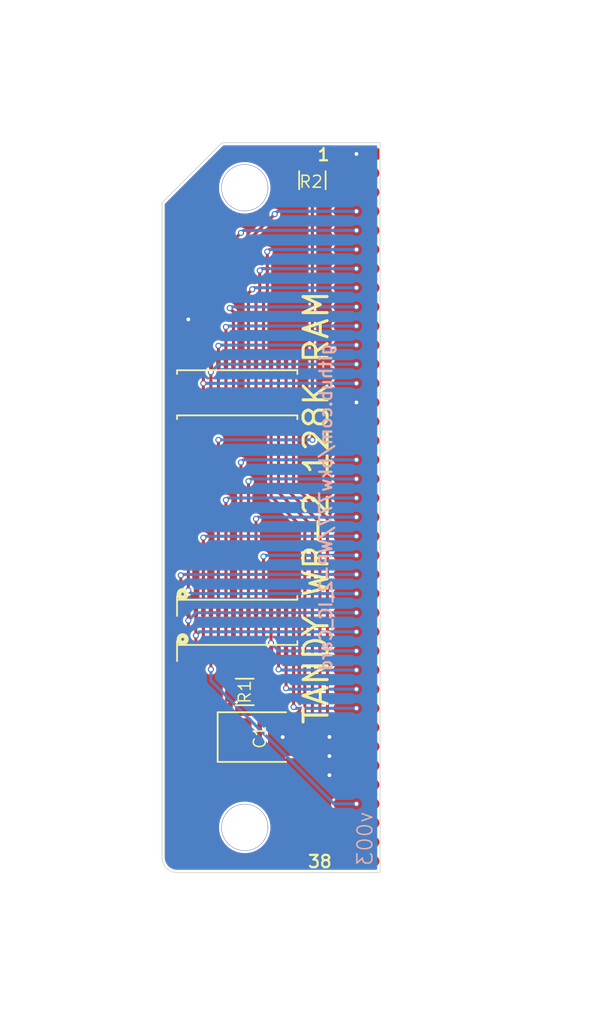
<source format=kicad_pcb>
(kicad_pcb (version 20171130) (host pcbnew 5.1.6-c6e7f7d~87~ubuntu20.04.1)

  (general
    (thickness 0.8)
    (drawings 29)
    (tracks 193)
    (zones 0)
    (modules 8)
    (nets 35)
  )

  (page USLetter)
  (title_block
    (title "WP-2 128K RAM IC-Card")
    (date 2020-09-26)
    (company "Brian K. White - b.kenyon.w@gmail.com")
  )

  (layers
    (0 F.Cu signal)
    (31 B.Cu signal)
    (33 F.Adhes user)
    (35 F.Paste user)
    (36 B.SilkS user)
    (37 F.SilkS user)
    (38 B.Mask user)
    (39 F.Mask user)
    (40 Dwgs.User user)
    (41 Cmts.User user hide)
    (42 Eco1.User user hide)
    (43 Eco2.User user hide)
    (44 Edge.Cuts user)
    (45 Margin user hide)
    (46 B.CrtYd user hide)
    (47 F.CrtYd user hide)
    (49 F.Fab user hide)
  )

  (setup
    (last_trace_width 0.254)
    (user_trace_width 0.1524)
    (user_trace_width 0.1778)
    (user_trace_width 0.2032)
    (user_trace_width 0.3048)
    (user_trace_width 0.508)
    (trace_clearance 0.1524)
    (zone_clearance 0.16)
    (zone_45_only no)
    (trace_min 0.1524)
    (via_size 0.4064)
    (via_drill 0.254)
    (via_min_size 0.4064)
    (via_min_drill 0.254)
    (uvia_size 0.4064)
    (uvia_drill 0.254)
    (uvias_allowed no)
    (uvia_min_size 0.4064)
    (uvia_min_drill 0.254)
    (edge_width 0.05)
    (segment_width 0.2)
    (pcb_text_width 0.3)
    (pcb_text_size 1.5 1.5)
    (mod_edge_width 0.12)
    (mod_text_size 1 1)
    (mod_text_width 0.15)
    (pad_size 0.3 1)
    (pad_drill 0)
    (pad_to_mask_clearance 0)
    (aux_axis_origin 158.75 99.695)
    (grid_origin 158.75 99.695)
    (visible_elements FFFFFF7F)
    (pcbplotparams
      (layerselection 0x010f0_ffffffff)
      (usegerberextensions false)
      (usegerberattributes true)
      (usegerberadvancedattributes true)
      (creategerberjobfile true)
      (excludeedgelayer true)
      (linewidth 0.100000)
      (plotframeref false)
      (viasonmask false)
      (mode 1)
      (useauxorigin false)
      (hpglpennumber 1)
      (hpglpenspeed 20)
      (hpglpendiameter 15.000000)
      (psnegative false)
      (psa4output false)
      (plotreference true)
      (plotvalue true)
      (plotinvisibletext false)
      (padsonsilk false)
      (subtractmaskfromsilk false)
      (outputformat 1)
      (mirror false)
      (drillshape 0)
      (scaleselection 1)
      (outputdirectory "GERBER"))
  )

  (net 0 "")
  (net 1 GND)
  (net 2 /CE2)
  (net 3 /~CE1)
  (net 4 /~OE)
  (net 5 /D0)
  (net 6 /D1)
  (net 7 /D2)
  (net 8 /D3)
  (net 9 /D4)
  (net 10 /D5)
  (net 11 /D6)
  (net 12 /D7)
  (net 13 /A16)
  (net 14 /A15)
  (net 15 /A14)
  (net 16 /A13)
  (net 17 /A12)
  (net 18 /A11)
  (net 19 /A10)
  (net 20 /A9)
  (net 21 /A8)
  (net 22 /A7)
  (net 23 /A6)
  (net 24 /A5)
  (net 25 /A4)
  (net 26 /A3)
  (net 27 /A2)
  (net 28 /A1)
  (net 29 /A0)
  (net 30 /R~W)
  (net 31 VDD)
  (net 32 /~DET)
  (net 33 "Net-(C1-Pad1)")
  (net 34 /A17)

  (net_class Default "This is the default net class."
    (clearance 0.1524)
    (trace_width 0.254)
    (via_dia 0.4064)
    (via_drill 0.254)
    (uvia_dia 0.4064)
    (uvia_drill 0.254)
    (diff_pair_width 0.1524)
    (diff_pair_gap 0.2032)
    (add_net /A0)
    (add_net /A1)
    (add_net /A10)
    (add_net /A11)
    (add_net /A12)
    (add_net /A13)
    (add_net /A14)
    (add_net /A15)
    (add_net /A16)
    (add_net /A17)
    (add_net /A2)
    (add_net /A3)
    (add_net /A4)
    (add_net /A5)
    (add_net /A6)
    (add_net /A7)
    (add_net /A8)
    (add_net /A9)
    (add_net /CE2)
    (add_net /D0)
    (add_net /D1)
    (add_net /D2)
    (add_net /D3)
    (add_net /D4)
    (add_net /D5)
    (add_net /D6)
    (add_net /D7)
    (add_net /R~W)
    (add_net /~CE1)
    (add_net /~DET)
    (add_net /~OE)
    (add_net GND)
    (add_net "Net-(C1-Pad1)")
    (add_net VDD)
  )

  (module 0_LOCAL:WP-2_IC_Card_Carrier_v003 (layer F.Cu) (tedit 5F7795D7) (tstamp 5F76679F)
    (at 158.75 99.695)
    (attr virtual)
    (fp_text reference Carrier (at 0 -2 270) (layer Dwgs.User) hide
      (effects (font (size 4 4) (thickness 0.12)))
    )
    (fp_text value WP-2_IC_Card_Carrier_v003 (at 0 2 270) (layer F.Fab)
      (effects (font (size 4 4) (thickness 0.01)))
    )
    (fp_arc (start -4 22.5) (end -4 23.5) (angle -90) (layer Dwgs.User) (width 0.12))
    (fp_arc (start -5.5 22.5) (end -6.5 22.5) (angle -90) (layer Dwgs.User) (width 0.12))
    (fp_arc (start -12.75 17.75) (end -13.75 17.75) (angle -90) (layer Dwgs.User) (width 0.12))
    (fp_arc (start -4 -22.5) (end -3 -22.5) (angle -90) (layer Dwgs.User) (width 0.12))
    (fp_arc (start -5.5 -22.5) (end -5.5 -23.5) (angle -90) (layer Dwgs.User) (width 0.12))
    (fp_arc (start -12.75 -17.75) (end -12.75 -18.75) (angle -90) (layer Dwgs.User) (width 0.12))
    (fp_arc (start -9 -21.25) (end -9 -18.75) (angle -90) (layer Dwgs.User) (width 0.12))
    (fp_arc (start -9 21.25) (end -6.5 21.25) (angle -90) (layer Dwgs.User) (width 0.12))
    (fp_line (start -14.5 -20.25) (end -10.5 -24.25) (layer Dwgs.User) (width 0.12))
    (fp_line (start -10.5 -24.25) (end 0 -24.25) (layer Dwgs.User) (width 0.12))
    (fp_line (start -14.5 24.25) (end -14.5 -20.25) (layer Dwgs.User) (width 0.12))
    (fp_line (start 0 24.25) (end -14.5 24.25) (layer Dwgs.User) (width 0.12))
    (fp_line (start -9 18.75) (end -12.75 18.75) (layer Dwgs.User) (width 0.12))
    (fp_line (start -6.5 22.5) (end -6.5 21.25) (layer Dwgs.User) (width 0.12))
    (fp_line (start -6.5 -22.5) (end -6.5 -21.25) (layer Dwgs.User) (width 0.12))
    (fp_line (start -12.75 -18.75) (end -9 -18.75) (layer Dwgs.User) (width 0.12))
    (fp_line (start -4 -23.5) (end -5.5 -23.5) (layer Dwgs.User) (width 0.12))
    (fp_line (start 0 24.25) (end 0 -24.25) (layer Dwgs.User) (width 0.12))
    (fp_line (start -5.5 23.5) (end -4 23.5) (layer Dwgs.User) (width 0.12))
    (fp_line (start -13.75 -17.75) (end -13.75 17.75) (layer Dwgs.User) (width 0.12))
    (fp_line (start -3 22.5) (end -3 -22.5) (layer Dwgs.User) (width 0.12))
    (pad "" np_thru_hole circle (at -9 21.25 180) (size 3.1 3.1) (drill 3.05) (layers *.Cu *.Mask))
    (pad "" np_thru_hole circle (at -9 -21.25 180) (size 3.1 3.1) (drill 3.05) (layers *.Cu *.Mask))
    (model /home/bkw/src/WP-2_IC_Card/Carrier/WP-2_IC_Card_Carrier_v003.step
      (offset (xyz 6.1 27 1.6))
      (scale (xyz 1 1 1))
      (rotate (xyz 0 180 -90))
    )
  )

  (module 0_LOCAL:R_0805 (layer F.Cu) (tedit 5F75A133) (tstamp 5F752AD5)
    (at 154.25 77.945 270)
    (descr "Resistor SMD 0805, reflow soldering, Vishay (see dcrcw.pdf)")
    (tags "resistor 0805")
    (path /5F9FA366)
    (attr smd)
    (fp_text reference R2 (at 0.1 0.09) (layer F.SilkS)
      (effects (font (size 0.8 0.8) (thickness 0.1)))
    )
    (fp_text value 47K (at 0 1.75 90) (layer F.Fab)
      (effects (font (size 1 1) (thickness 0.15)))
    )
    (fp_line (start 1.55 0.9) (end -1.55 0.9) (layer F.CrtYd) (width 0.05))
    (fp_line (start 1.55 0.9) (end 1.55 -0.9) (layer F.CrtYd) (width 0.05))
    (fp_line (start -1.55 -0.9) (end -1.55 0.9) (layer F.CrtYd) (width 0.05))
    (fp_line (start -1.55 -0.9) (end 1.55 -0.9) (layer F.CrtYd) (width 0.05))
    (fp_line (start -0.6 -0.88) (end 0.6 -0.88) (layer F.SilkS) (width 0.12))
    (fp_line (start 0.6 0.88) (end -0.6 0.88) (layer F.SilkS) (width 0.12))
    (fp_line (start -1 -0.62) (end 1 -0.62) (layer F.Fab) (width 0.1))
    (fp_line (start 1 -0.62) (end 1 0.62) (layer F.Fab) (width 0.1))
    (fp_line (start 1 0.62) (end -1 0.62) (layer F.Fab) (width 0.1))
    (fp_line (start -1 0.62) (end -1 -0.62) (layer F.Fab) (width 0.1))
    (fp_text user %R (at 0 0 90) (layer F.Fab)
      (effects (font (size 0.5 0.5) (thickness 0.075)))
    )
    (pad 1 smd rect (at -0.95 0 270) (size 0.7 1.3) (layers F.Cu F.Paste F.Mask)
      (net 1 GND))
    (pad 2 smd rect (at 0.95 0 270) (size 0.7 1.3) (layers F.Cu F.Paste F.Mask)
      (net 2 /CE2))
    (model ${KIPRJMOD}/3d/R_0805_2012Metric.step
      (at (xyz 0 0 0))
      (scale (xyz 1 1 1))
      (rotate (xyz 0 0 0))
    )
  )

  (module 0_LOCAL:R_0805 (layer F.Cu) (tedit 5F75A133) (tstamp 5F752ACC)
    (at 149.75 111.945 180)
    (descr "Resistor SMD 0805, reflow soldering, Vishay (see dcrcw.pdf)")
    (tags "resistor 0805")
    (path /5F805237)
    (attr smd)
    (fp_text reference R1 (at 0 0 90) (layer F.SilkS)
      (effects (font (size 0.8 0.8) (thickness 0.1)))
    )
    (fp_text value 4.7K (at 0 1.75) (layer F.Fab)
      (effects (font (size 1 1) (thickness 0.15)))
    )
    (fp_line (start 1.55 0.9) (end -1.55 0.9) (layer F.CrtYd) (width 0.05))
    (fp_line (start 1.55 0.9) (end 1.55 -0.9) (layer F.CrtYd) (width 0.05))
    (fp_line (start -1.55 -0.9) (end -1.55 0.9) (layer F.CrtYd) (width 0.05))
    (fp_line (start -1.55 -0.9) (end 1.55 -0.9) (layer F.CrtYd) (width 0.05))
    (fp_line (start -0.6 -0.88) (end 0.6 -0.88) (layer F.SilkS) (width 0.12))
    (fp_line (start 0.6 0.88) (end -0.6 0.88) (layer F.SilkS) (width 0.12))
    (fp_line (start -1 -0.62) (end 1 -0.62) (layer F.Fab) (width 0.1))
    (fp_line (start 1 -0.62) (end 1 0.62) (layer F.Fab) (width 0.1))
    (fp_line (start 1 0.62) (end -1 0.62) (layer F.Fab) (width 0.1))
    (fp_line (start -1 0.62) (end -1 -0.62) (layer F.Fab) (width 0.1))
    (fp_text user %R (at 0 0) (layer F.Fab)
      (effects (font (size 0.5 0.5) (thickness 0.075)))
    )
    (pad 1 smd rect (at -0.95 0 180) (size 0.7 1.3) (layers F.Cu F.Paste F.Mask)
      (net 31 VDD))
    (pad 2 smd rect (at 0.95 0 180) (size 0.7 1.3) (layers F.Cu F.Paste F.Mask)
      (net 33 "Net-(C1-Pad1)"))
    (model ${KIPRJMOD}/3d/R_0805_2012Metric.step
      (at (xyz 0 0 0))
      (scale (xyz 1 1 1))
      (rotate (xyz 0 0 0))
    )
  )

  (module 0_LOCAL:CP_Tantalum_Case-B_EIA-3528-21_Reflow (layer F.Cu) (tedit 5F759FEC) (tstamp 5F75A301)
    (at 150.75 114.945)
    (descr "Tantalum capacitor, Case B, EIA 3528-21, 3.5x2.8x1.9mm, Reflow soldering footprint")
    (tags "capacitor tantalum smd")
    (path /5F7F0020)
    (attr smd)
    (fp_text reference C1 (at 0 0 90 unlocked) (layer F.SilkS)
      (effects (font (size 0.8 0.8) (thickness 0.1)))
    )
    (fp_text value 220uf (at 0 3.15 180) (layer F.Fab)
      (effects (font (size 1 1) (thickness 0.15)))
    )
    (fp_line (start -2.8 -1.65) (end -2.8 1.65) (layer F.SilkS) (width 0.12))
    (fp_line (start -2.8 1.65) (end 1.75 1.65) (layer F.SilkS) (width 0.12))
    (fp_line (start -2.8 -1.65) (end 1.75 -1.65) (layer F.SilkS) (width 0.12))
    (fp_line (start -1.225 -1.4) (end -1.225 1.4) (layer F.Fab) (width 0.1))
    (fp_line (start -1.4 -1.4) (end -1.4 1.4) (layer F.Fab) (width 0.1))
    (fp_line (start 1.75 -1.4) (end -1.75 -1.4) (layer F.Fab) (width 0.1))
    (fp_line (start 1.75 1.4) (end 1.75 -1.4) (layer F.Fab) (width 0.1))
    (fp_line (start -1.75 1.4) (end 1.75 1.4) (layer F.Fab) (width 0.1))
    (fp_line (start -1.75 -1.4) (end -1.75 1.4) (layer F.Fab) (width 0.1))
    (fp_line (start 2.85 -1.75) (end -2.85 -1.75) (layer F.CrtYd) (width 0.05))
    (fp_line (start 2.85 1.75) (end 2.85 -1.75) (layer F.CrtYd) (width 0.05))
    (fp_line (start -2.85 1.75) (end 2.85 1.75) (layer F.CrtYd) (width 0.05))
    (fp_line (start -2.85 -1.75) (end -2.85 1.75) (layer F.CrtYd) (width 0.05))
    (fp_text user %R (at 0 0 180) (layer F.Fab)
      (effects (font (size 0.8 0.8) (thickness 0.12)))
    )
    (pad 1 smd rect (at -1.525 0) (size 1.95 2.5) (layers F.Cu F.Paste F.Mask)
      (net 33 "Net-(C1-Pad1)"))
    (pad 2 smd rect (at 1.525 0) (size 1.95 2.5) (layers F.Cu F.Paste F.Mask)
      (net 1 GND))
    (model ${KIPRJMOD}/3d/TLNT_AVX.step
      (at (xyz 0 0 0))
      (scale (xyz 1 1 1))
      (rotate (xyz 0 0 0))
    )
  )

  (module 0_LOCAL:PinSocket_1x38x1.27_edge_s (layer F.Cu) (tedit 5F74B131) (tstamp 5F74043C)
    (at 158.75 99.695)
    (descr "Through hole straight socket strip, 1x38, 1.27mm pitch, single row")
    (tags "Through hole socket strip THT 1x38 1.27mm single row")
    (path /5F6EF0A3)
    (attr smd)
    (fp_text reference J1 (at -2.8956 4.4196 -90) (layer F.SilkS) hide
      (effects (font (size 1 1) (thickness 0.15)))
    )
    (fp_text value Conn_01x38_Female (at -2.921 23.114 -90) (layer F.Fab)
      (effects (font (size 1 1) (thickness 0.15)))
    )
    (fp_line (start 0 -24.13) (end -3.221 -24.13) (layer F.CrtYd) (width 0.05))
    (fp_line (start 0 24.13) (end 0 -24.13) (layer F.CrtYd) (width 0.05))
    (fp_line (start -3.221 24.13) (end 0 24.13) (layer F.CrtYd) (width 0.05))
    (fp_line (start -3.221 -24.13) (end -3.221 24.13) (layer F.CrtYd) (width 0.05))
    (fp_line (start 3.302 -24.13) (end 0 -24.13) (layer F.Fab) (width 0.1))
    (fp_line (start 0 24.13) (end 0 -24.13) (layer F.Fab) (width 0.1))
    (fp_line (start 0 24.13) (end 3.302 24.13) (layer F.Fab) (width 0.1))
    (fp_line (start 3.302 -24.13) (end 3.302 24.13) (layer F.Fab) (width 0.1))
    (fp_text user %R (at 0 -1.695) (layer F.Fab)
      (effects (font (size 1 1) (thickness 0.15)))
    )
    (pad 1 smd roundrect (at -1.57 -23.495) (size 3.048 0.762) (layers F.Cu F.Paste F.Mask) (roundrect_rratio 0.1)
      (net 1 GND))
    (pad 2 smd oval (at -1.57 -22.225) (size 3.048 0.762) (layers F.Cu F.Paste F.Mask)
      (net 32 /~DET))
    (pad 3 smd oval (at -1.57 -20.955) (size 3.048 0.762) (layers F.Cu F.Paste F.Mask)
      (net 2 /CE2))
    (pad 4 smd oval (at -1.57 -19.685) (size 3.048 0.762) (layers F.Cu F.Paste F.Mask)
      (net 3 /~CE1))
    (pad 5 smd oval (at -1.57 -18.415) (size 3.048 0.762) (layers F.Cu F.Paste F.Mask)
      (net 4 /~OE))
    (pad 6 smd oval (at -1.57 -17.145) (size 3.048 0.762) (layers F.Cu F.Paste F.Mask)
      (net 5 /D0))
    (pad 7 smd oval (at -1.57 -15.875) (size 3.048 0.762) (layers F.Cu F.Paste F.Mask)
      (net 6 /D1))
    (pad 8 smd oval (at -1.57 -14.605) (size 3.048 0.762) (layers F.Cu F.Paste F.Mask)
      (net 7 /D2))
    (pad 9 smd oval (at -1.57 -13.335) (size 3.048 0.762) (layers F.Cu F.Paste F.Mask)
      (net 8 /D3))
    (pad 10 smd oval (at -1.57 -12.065) (size 3.048 0.762) (layers F.Cu F.Paste F.Mask)
      (net 9 /D4))
    (pad 11 smd oval (at -1.57 -10.795) (size 3.048 0.762) (layers F.Cu F.Paste F.Mask)
      (net 10 /D5))
    (pad 12 smd oval (at -1.57 -9.525) (size 3.048 0.762) (layers F.Cu F.Paste F.Mask)
      (net 11 /D6))
    (pad 13 smd oval (at -1.57 -8.255) (size 3.048 0.762) (layers F.Cu F.Paste F.Mask)
      (net 12 /D7))
    (pad 14 smd oval (at -1.57 -6.985) (size 3.048 0.762) (layers F.Cu F.Paste F.Mask)
      (net 1 GND))
    (pad 15 smd oval (at -1.57 -5.715) (size 3.048 0.762) (layers F.Cu F.Paste F.Mask))
    (pad 16 smd oval (at -1.57 -4.445) (size 3.048 0.762) (layers F.Cu F.Paste F.Mask))
    (pad 17 smd oval (at -1.57 -3.175) (size 3.048 0.762) (layers F.Cu F.Paste F.Mask)
      (net 34 /A17))
    (pad 18 smd oval (at -1.57 -1.905) (size 3.048 0.762) (layers F.Cu F.Paste F.Mask)
      (net 13 /A16))
    (pad 19 smd oval (at -1.57 -0.635) (size 3.048 0.762) (layers F.Cu F.Paste F.Mask)
      (net 14 /A15))
    (pad 20 smd oval (at -1.57 0.635) (size 3.048 0.762) (layers F.Cu F.Paste F.Mask)
      (net 15 /A14))
    (pad 21 smd oval (at -1.57 1.905) (size 3.048 0.762) (layers F.Cu F.Paste F.Mask)
      (net 16 /A13))
    (pad 22 smd oval (at -1.57 3.175) (size 3.048 0.762) (layers F.Cu F.Paste F.Mask)
      (net 17 /A12))
    (pad 23 smd oval (at -1.57 4.445) (size 3.048 0.762) (layers F.Cu F.Paste F.Mask)
      (net 18 /A11))
    (pad 24 smd oval (at -1.57 5.715) (size 3.048 0.762) (layers F.Cu F.Paste F.Mask)
      (net 19 /A10))
    (pad 25 smd oval (at -1.57 6.985) (size 3.048 0.762) (layers F.Cu F.Paste F.Mask)
      (net 20 /A9))
    (pad 26 smd oval (at -1.57 8.255) (size 3.048 0.762) (layers F.Cu F.Paste F.Mask)
      (net 21 /A8))
    (pad 27 smd oval (at -1.57 9.525) (size 3.048 0.762) (layers F.Cu F.Paste F.Mask)
      (net 22 /A7))
    (pad 28 smd oval (at -1.57 10.795) (size 3.048 0.762) (layers F.Cu F.Paste F.Mask)
      (net 23 /A6))
    (pad 29 smd oval (at -1.57 12.065) (size 3.048 0.762) (layers F.Cu F.Paste F.Mask)
      (net 24 /A5))
    (pad 30 smd oval (at -1.57 13.335) (size 3.048 0.762) (layers F.Cu F.Paste F.Mask)
      (net 25 /A4))
    (pad 31 smd oval (at -1.57 14.605) (size 3.048 0.762) (layers F.Cu F.Paste F.Mask)
      (net 26 /A3))
    (pad 32 smd oval (at -1.57 15.875) (size 3.048 0.762) (layers F.Cu F.Paste F.Mask)
      (net 27 /A2))
    (pad 33 smd oval (at -1.57 17.145) (size 3.048 0.762) (layers F.Cu F.Paste F.Mask)
      (net 28 /A1))
    (pad 34 smd oval (at -1.57 18.415) (size 3.048 0.762) (layers F.Cu F.Paste F.Mask)
      (net 29 /A0))
    (pad 35 smd oval (at -1.57 19.685) (size 3.048 0.762) (layers F.Cu F.Paste F.Mask)
      (net 30 /R~W))
    (pad 36 smd oval (at -1.57 20.955) (size 3.048 0.762) (layers F.Cu F.Paste F.Mask))
    (pad 37 smd oval (at -1.57 22.225) (size 3.048 0.762) (layers F.Cu F.Paste F.Mask))
    (pad 38 smd oval (at -1.57 23.495) (size 3.048 0.762) (layers F.Cu F.Paste F.Mask)
      (net 31 VDD))
    (model ${KIPRJMOD}/3d/PinSocket_1x38_P1.27mm_Vertical.step
      (offset (xyz 0 23.495 0.1))
      (scale (xyz 1 1 1))
      (rotate (xyz 0 -90 0))
    )
  )

  (module 0_LOCAL:Net_Tie_2p_8mil (layer F.Cu) (tedit 5F70D483) (tstamp 5F712C2A)
    (at 157.05 76.835 270)
    (path /5F8923B3)
    (fp_text reference NT1 (at 0 1.016 90) (layer F.SilkS) hide
      (effects (font (size 0.508 0.508) (thickness 0.1016)))
    )
    (fp_text value Net-Tie_2 (at 0 -2 90) (layer F.Fab) hide
      (effects (font (size 1 1) (thickness 0.01)))
    )
    (fp_line (start -0.2032 0) (end 0.2032 0) (layer F.Cu) (width 0.2032))
    (pad 2 smd circle (at 0.2032 0 270) (size 0.2032 0.2032) (layers F.Cu)
      (net 32 /~DET))
    (pad 1 smd circle (at -0.2032 0 270) (size 0.2032 0.2032) (layers F.Cu)
      (net 1 GND))
  )

  (module 0_LOCAL:TSOP32-20mm (layer F.Cu) (tedit 5F70AFE8) (tstamp 5F755D97)
    (at 149.25 99.695)
    (descr "Module CMS TSOP 32 pins")
    (tags "CMS TSOP")
    (path /5F718069)
    (attr smd)
    (fp_text reference U1 (at 0.009 8.382 180) (layer F.SilkS) hide
      (effects (font (size 1 1) (thickness 0.15)))
    )
    (fp_text value "SRAM 128Kx8 5v Parallel" (at 0 5) (layer F.Fab)
      (effects (font (size 1 1) (thickness 0.15)))
    )
    (fp_line (start 4 -9.125) (end 4 -8.875) (layer F.SilkS) (width 0.12))
    (fp_line (start -4 -9.125) (end -4 -8.875) (layer F.SilkS) (width 0.12))
    (fp_line (start 4 9.125) (end 4 8.875) (layer F.SilkS) (width 0.12))
    (fp_line (start -4 10.2) (end -4 8.875) (layer F.SilkS) (width 0.12))
    (fp_line (start 4 -9.125) (end -4 -9.125) (layer F.SilkS) (width 0.12))
    (fp_line (start -4 9.125) (end 4 9.125) (layer F.SilkS) (width 0.12))
    (fp_circle (center -3.625 8.75) (end -3.525 8.75) (layer F.SilkS) (width 0.3))
    (fp_text user %R (at 0 0) (layer F.Fab)
      (effects (font (size 1 1) (thickness 0.15)))
    )
    (pad 1 smd roundrect (at -3.75 9.75) (size 0.3 1) (layers F.Cu F.Paste F.Mask) (roundrect_rratio 0.25)
      (net 18 /A11))
    (pad 2 smd roundrect (at -3.25 9.75) (size 0.3 1) (layers F.Cu F.Paste F.Mask) (roundrect_rratio 0.25)
      (net 20 /A9))
    (pad 3 smd roundrect (at -2.75 9.75) (size 0.3 1) (layers F.Cu F.Paste F.Mask) (roundrect_rratio 0.25)
      (net 21 /A8))
    (pad 4 smd roundrect (at -2.25 9.75) (size 0.3 1) (layers F.Cu F.Paste F.Mask) (roundrect_rratio 0.25)
      (net 16 /A13))
    (pad 5 smd roundrect (at -1.75 9.75) (size 0.3 1) (layers F.Cu F.Paste F.Mask) (roundrect_rratio 0.25)
      (net 30 /R~W))
    (pad 6 smd roundrect (at -1.25 9.75) (size 0.3 1) (layers F.Cu F.Paste F.Mask) (roundrect_rratio 0.25)
      (net 2 /CE2))
    (pad 7 smd roundrect (at -0.75 9.75) (size 0.3 1) (layers F.Cu F.Paste F.Mask) (roundrect_rratio 0.25)
      (net 14 /A15))
    (pad 8 smd roundrect (at -0.25 9.75) (size 0.3 1) (layers F.Cu F.Paste F.Mask) (roundrect_rratio 0.25)
      (net 31 VDD))
    (pad 9 smd roundrect (at 0.25 9.75) (size 0.3 1) (layers F.Cu F.Paste F.Mask) (roundrect_rratio 0.25)
      (net 34 /A17))
    (pad 10 smd roundrect (at 0.75 9.75) (size 0.3 1) (layers F.Cu F.Paste F.Mask) (roundrect_rratio 0.25)
      (net 13 /A16))
    (pad 11 smd roundrect (at 1.25 9.75) (size 0.3 1) (layers F.Cu F.Paste F.Mask) (roundrect_rratio 0.25)
      (net 15 /A14))
    (pad 12 smd roundrect (at 1.75 9.75) (size 0.3 1) (layers F.Cu F.Paste F.Mask) (roundrect_rratio 0.25)
      (net 17 /A12))
    (pad 13 smd roundrect (at 2.25 9.75) (size 0.3 1) (layers F.Cu F.Paste F.Mask) (roundrect_rratio 0.25)
      (net 22 /A7))
    (pad 14 smd roundrect (at 2.75 9.75) (size 0.3 1) (layers F.Cu F.Paste F.Mask) (roundrect_rratio 0.25)
      (net 23 /A6))
    (pad 15 smd roundrect (at 3.25 9.75) (size 0.3 1) (layers F.Cu F.Paste F.Mask) (roundrect_rratio 0.25)
      (net 24 /A5))
    (pad 16 smd roundrect (at 3.75 9.75) (size 0.3 1) (layers F.Cu F.Paste F.Mask) (roundrect_rratio 0.25)
      (net 25 /A4))
    (pad 17 smd roundrect (at 3.75 -9.75) (size 0.3 1) (layers F.Cu F.Paste F.Mask) (roundrect_rratio 0.25)
      (net 26 /A3))
    (pad 18 smd roundrect (at 3.25 -9.75) (size 0.3 1) (layers F.Cu F.Paste F.Mask) (roundrect_rratio 0.25)
      (net 27 /A2))
    (pad 19 smd roundrect (at 2.75 -9.75) (size 0.3 1) (layers F.Cu F.Paste F.Mask) (roundrect_rratio 0.25)
      (net 28 /A1))
    (pad 20 smd roundrect (at 2.25 -9.75) (size 0.3 1) (layers F.Cu F.Paste F.Mask) (roundrect_rratio 0.25)
      (net 29 /A0))
    (pad 21 smd roundrect (at 1.75 -9.75) (size 0.3 1) (layers F.Cu F.Paste F.Mask) (roundrect_rratio 0.25)
      (net 5 /D0))
    (pad 22 smd roundrect (at 1.25 -9.75) (size 0.3 1) (layers F.Cu F.Paste F.Mask) (roundrect_rratio 0.25)
      (net 6 /D1))
    (pad 23 smd roundrect (at 0.75 -9.75) (size 0.3 1) (layers F.Cu F.Paste F.Mask) (roundrect_rratio 0.25)
      (net 7 /D2))
    (pad 24 smd roundrect (at 0.25 -9.75) (size 0.3 1) (layers F.Cu F.Paste F.Mask) (roundrect_rratio 0.25)
      (net 1 GND))
    (pad 25 smd roundrect (at -0.25 -9.75) (size 0.3 1) (layers F.Cu F.Paste F.Mask) (roundrect_rratio 0.25)
      (net 8 /D3))
    (pad 26 smd roundrect (at -0.75 -9.75) (size 0.3 1) (layers F.Cu F.Paste F.Mask) (roundrect_rratio 0.25)
      (net 9 /D4))
    (pad 27 smd roundrect (at -1.25 -9.75) (size 0.3 1) (layers F.Cu F.Paste F.Mask) (roundrect_rratio 0.25)
      (net 10 /D5))
    (pad 28 smd roundrect (at -1.75 -9.75) (size 0.3 1) (layers F.Cu F.Paste F.Mask) (roundrect_rratio 0.25)
      (net 11 /D6))
    (pad 29 smd roundrect (at -2.25 -9.75) (size 0.3 1) (layers F.Cu F.Paste F.Mask) (roundrect_rratio 0.25)
      (net 12 /D7))
    (pad 30 smd roundrect (at -2.75 -9.75) (size 0.3 1) (layers F.Cu F.Paste F.Mask) (roundrect_rratio 0.25)
      (net 3 /~CE1))
    (pad 31 smd roundrect (at -3.25 -9.75) (size 0.3 1) (layers F.Cu F.Paste F.Mask) (roundrect_rratio 0.25)
      (net 19 /A10))
    (pad 32 smd roundrect (at -3.75 -9.75) (size 0.3 1) (layers F.Cu F.Paste F.Mask) (roundrect_rratio 0.25)
      (net 4 /~OE))
    (model ${KIPRJMOD}/3d/TSOP32_8X20.step
      (at (xyz 0 0 0))
      (scale (xyz 1 1 1))
      (rotate (xyz 0 0 -90))
    )
  )

  (module 0_LOCAL:TSOP32-14mm (layer F.Cu) (tedit 5F70AFD9) (tstamp 5F712C60)
    (at 149.25 99.695)
    (descr "Module CMS TSOP 32 pins")
    (tags "CMS TSOP")
    (path /5F906116)
    (attr smd)
    (fp_text reference U2 (at 0 5.334 180) (layer F.SilkS) hide
      (effects (font (size 1 1) (thickness 0.15)))
    )
    (fp_text value "SRAM 128Kx8 5v Parallel" (at 1.27 0 90) (layer F.Fab)
      (effects (font (size 1 1) (thickness 0.15)))
    )
    (fp_line (start 4 -6.125) (end 4 -5.875) (layer F.SilkS) (width 0.12))
    (fp_line (start -4 -6.125) (end -4 -5.875) (layer F.SilkS) (width 0.12))
    (fp_line (start 4 6.125) (end 4 5.875) (layer F.SilkS) (width 0.12))
    (fp_line (start -4 7.2) (end -4 5.875) (layer F.SilkS) (width 0.12))
    (fp_line (start 4 -6.125) (end -4 -6.125) (layer F.SilkS) (width 0.12))
    (fp_line (start -4 6.125) (end 4 6.125) (layer F.SilkS) (width 0.12))
    (fp_circle (center -3.625 5.75) (end -3.525 5.75) (layer F.SilkS) (width 0.3))
    (pad 1 smd roundrect (at -3.75 6.75) (size 0.3 1) (layers F.Cu F.Paste F.Mask) (roundrect_rratio 0.25)
      (net 18 /A11))
    (pad 2 smd roundrect (at -3.25 6.75) (size 0.3 1) (layers F.Cu F.Paste F.Mask) (roundrect_rratio 0.25)
      (net 20 /A9))
    (pad 3 smd roundrect (at -2.75 6.75) (size 0.3 1) (layers F.Cu F.Paste F.Mask) (roundrect_rratio 0.25)
      (net 21 /A8))
    (pad 4 smd roundrect (at -2.25 6.75) (size 0.3 1) (layers F.Cu F.Paste F.Mask) (roundrect_rratio 0.25)
      (net 16 /A13))
    (pad 5 smd roundrect (at -1.75 6.75) (size 0.3 1) (layers F.Cu F.Paste F.Mask) (roundrect_rratio 0.25)
      (net 30 /R~W))
    (pad 6 smd roundrect (at -1.25 6.75) (size 0.3 1) (layers F.Cu F.Paste F.Mask) (roundrect_rratio 0.25)
      (net 2 /CE2))
    (pad 7 smd roundrect (at -0.75 6.75) (size 0.3 1) (layers F.Cu F.Paste F.Mask) (roundrect_rratio 0.25)
      (net 14 /A15))
    (pad 8 smd roundrect (at -0.25 6.75) (size 0.3 1) (layers F.Cu F.Paste F.Mask) (roundrect_rratio 0.25)
      (net 31 VDD))
    (pad 9 smd roundrect (at 0.25 6.75) (size 0.3 1) (layers F.Cu F.Paste F.Mask) (roundrect_rratio 0.25)
      (net 34 /A17))
    (pad 10 smd roundrect (at 0.75 6.75) (size 0.3 1) (layers F.Cu F.Paste F.Mask) (roundrect_rratio 0.25)
      (net 13 /A16))
    (pad 11 smd roundrect (at 1.25 6.75) (size 0.3 1) (layers F.Cu F.Paste F.Mask) (roundrect_rratio 0.25)
      (net 15 /A14))
    (pad 12 smd roundrect (at 1.75 6.75) (size 0.3 1) (layers F.Cu F.Paste F.Mask) (roundrect_rratio 0.25)
      (net 17 /A12))
    (pad 13 smd roundrect (at 2.25 6.75) (size 0.3 1) (layers F.Cu F.Paste F.Mask) (roundrect_rratio 0.25)
      (net 22 /A7))
    (pad 14 smd roundrect (at 2.75 6.75) (size 0.3 1) (layers F.Cu F.Paste F.Mask) (roundrect_rratio 0.25)
      (net 23 /A6))
    (pad 15 smd roundrect (at 3.25 6.75) (size 0.3 1) (layers F.Cu F.Paste F.Mask) (roundrect_rratio 0.25)
      (net 24 /A5))
    (pad 16 smd roundrect (at 3.75 6.75) (size 0.3 1) (layers F.Cu F.Paste F.Mask) (roundrect_rratio 0.25)
      (net 25 /A4))
    (pad 17 smd roundrect (at 3.75 -6.75) (size 0.3 1) (layers F.Cu F.Paste F.Mask) (roundrect_rratio 0.25)
      (net 26 /A3))
    (pad 18 smd roundrect (at 3.25 -6.75) (size 0.3 1) (layers F.Cu F.Paste F.Mask) (roundrect_rratio 0.25)
      (net 27 /A2))
    (pad 19 smd roundrect (at 2.75 -6.75) (size 0.3 1) (layers F.Cu F.Paste F.Mask) (roundrect_rratio 0.25)
      (net 28 /A1))
    (pad 20 smd roundrect (at 2.25 -6.75) (size 0.3 1) (layers F.Cu F.Paste F.Mask) (roundrect_rratio 0.25)
      (net 29 /A0))
    (pad 21 smd roundrect (at 1.75 -6.75) (size 0.3 1) (layers F.Cu F.Paste F.Mask) (roundrect_rratio 0.25)
      (net 5 /D0))
    (pad 22 smd roundrect (at 1.25 -6.75) (size 0.3 1) (layers F.Cu F.Paste F.Mask) (roundrect_rratio 0.25)
      (net 6 /D1))
    (pad 23 smd roundrect (at 0.75 -6.75) (size 0.3 1) (layers F.Cu F.Paste F.Mask) (roundrect_rratio 0.25)
      (net 7 /D2))
    (pad 24 smd roundrect (at 0.25 -6.75) (size 0.3 1) (layers F.Cu F.Paste F.Mask) (roundrect_rratio 0.25)
      (net 1 GND))
    (pad 25 smd roundrect (at -0.25 -6.75) (size 0.3 1) (layers F.Cu F.Paste F.Mask) (roundrect_rratio 0.25)
      (net 8 /D3))
    (pad 26 smd roundrect (at -0.75 -6.75) (size 0.3 1) (layers F.Cu F.Paste F.Mask) (roundrect_rratio 0.25)
      (net 9 /D4))
    (pad 27 smd roundrect (at -1.25 -6.75) (size 0.3 1) (layers F.Cu F.Paste F.Mask) (roundrect_rratio 0.25)
      (net 10 /D5))
    (pad 28 smd roundrect (at -1.75 -6.75) (size 0.3 1) (layers F.Cu F.Paste F.Mask) (roundrect_rratio 0.25)
      (net 11 /D6))
    (pad 29 smd roundrect (at -2.25 -6.75) (size 0.3 1) (layers F.Cu F.Paste F.Mask) (roundrect_rratio 0.25)
      (net 12 /D7))
    (pad 30 smd roundrect (at -2.75 -6.75) (size 0.3 1) (layers F.Cu F.Paste F.Mask) (roundrect_rratio 0.25)
      (net 3 /~CE1))
    (pad 31 smd roundrect (at -3.25 -6.75) (size 0.3 1) (layers F.Cu F.Paste F.Mask) (roundrect_rratio 0.25)
      (net 19 /A10))
    (pad 32 smd roundrect (at -3.75 -6.75) (size 0.3 1) (layers F.Cu F.Paste F.Mask) (roundrect_rratio 0.25)
      (net 4 /~OE))
    (model ${KIPRJMOD}/3d/TSOP32_8x14.step_x
      (at (xyz 0 0 0))
      (scale (xyz 1 1 1))
      (rotate (xyz 0 0 -90))
    )
  )

  (gr_arc (start 145.25 122.945) (end 144.25 122.945) (angle -90) (layer Edge.Cuts) (width 0.05))
  (gr_line (start 144.25 79.445) (end 148.25 75.445) (layer Edge.Cuts) (width 0.05))
  (gr_line (start 158.75 123.945) (end 158.75 75.445) (layer Edge.Cuts) (width 0.05) (tstamp 5F759583))
  (gr_line (start 145.25 123.945) (end 158.75 123.945) (layer Edge.Cuts) (width 0.05))
  (gr_line (start 144.25 79.445) (end 144.25 122.945) (layer Edge.Cuts) (width 0.05))
  (gr_line (start 158.75 75.445) (end 148.25 75.445) (layer Edge.Cuts) (width 0.05))
  (gr_text WP-2 (at 135 99.695 90) (layer Dwgs.User) (tstamp 5F76323E)
    (effects (font (size 1 1) (thickness 0.15)))
  )
  (gr_text WP-2 (at 135 129.695 90) (layer Dwgs.User) (tstamp 5F763237)
    (effects (font (size 1 1) (thickness 0.15)))
  )
  (gr_text v003 (at 157.75 121.695 -270) (layer B.SilkS)
    (effects (font (size 1 1) (thickness 0.1)) (justify mirror))
  )
  (gr_line (start 155.75 125.395) (end 164.95 125.395) (layer Dwgs.User) (width 0.05))
  (gr_line (start 155.75 126.795) (end 155.75 125.395) (layer Dwgs.User) (width 0.05))
  (gr_line (start 155.75 126.795) (end 133.5 126.795) (layer Dwgs.User) (width 0.05))
  (gr_line (start 164.95 72.595) (end 164.95 125.395) (layer Dwgs.User) (width 0.05))
  (gr_line (start 133.5 72.595) (end 164.95 72.595) (layer Dwgs.User) (width 0.05))
  (gr_line (start 158.75 75.565) (end 158.75 123.825) (layer Dwgs.User) (width 0.15) (tstamp 5F73AAD6))
  (gr_line (start 163.15 75.565) (end 158.75 75.565) (layer Dwgs.User) (width 0.15))
  (gr_line (start 165.8232 76.2) (end 166.0772 75.946) (layer Dwgs.User) (width 0.15) (tstamp 5F7131A0))
  (gr_line (start 165.8232 76.2) (end 166.0772 76.454) (layer Dwgs.User) (width 0.15) (tstamp 5F71319F))
  (gr_line (start 165.8232 76.2) (end 167.7536 76.2) (layer Dwgs.User) (width 0.15) (tstamp 5F71319E))
  (gr_line (start 163.15 123.825) (end 163.15 75.565) (layer Dwgs.User) (width 0.15))
  (gr_line (start 158.75 123.825) (end 163.15 123.825) (layer Dwgs.User) (width 0.15) (tstamp 5F74BD0E))
  (gr_text "Pins 6.0mm" (at 170.6492 76.2) (layer Dwgs.User)
    (effects (font (size 0.6 0.6) (thickness 0.06)))
  )
  (gr_line (start 164.75 76.195) (end 159.05 76.195) (layer Dwgs.User) (width 0.4))
  (gr_text WP-2 (at 135 69.445 90) (layer Dwgs.User)
    (effects (font (size 1 1) (thickness 0.15)))
  )
  (gr_line (start 133.5 65.995) (end 133.5 133.995) (layer Dwgs.User) (width 0.05))
  (gr_text 38 (at 154.75 123.2154) (layer F.SilkS) (tstamp 5F712A00)
    (effects (font (size 0.8128 0.8128) (thickness 0.1524)))
  )
  (gr_text 1 (at 154.9948 76.2508) (layer F.SilkS) (tstamp 5F7129FD)
    (effects (font (size 0.8128 0.8128) (thickness 0.1524)))
  )
  (gr_text github.com/bkw777/WP-2_IC_Card (at 155.145 99.695 -270) (layer B.SilkS) (tstamp 5F7129FA)
    (effects (font (size 0.8128 0.8128) (thickness 0.1524)) (justify mirror))
  )
  (gr_text "TANDY WP-2 128K RAM" (at 154.5 99.695 -270) (layer F.SilkS) (tstamp 5F7129F7)
    (effects (font (size 1.6 1.6) (thickness 0.2)))
  )

  (via (at 155.3845 117.475) (size 0.4064) (drill 0.254) (layers F.Cu B.Cu) (net 1))
  (via (at 155.3845 116.205) (size 0.4064) (drill 0.254) (layers F.Cu B.Cu) (net 1))
  (via (at 155.3845 114.935) (size 0.4064) (drill 0.254) (layers F.Cu B.Cu) (net 1))
  (via (at 146 87.195) (size 0.4064) (drill 0.254) (layers F.Cu B.Cu) (net 1))
  (segment (start 157.05 76.33) (end 157.18 76.2) (width 0.2032) (layer F.Cu) (net 1))
  (segment (start 157.05 76.6318) (end 157.05 76.33) (width 0.2032) (layer F.Cu) (net 1))
  (via (at 157.18 92.71) (size 0.4064) (drill 0.254) (layers F.Cu B.Cu) (net 1))
  (segment (start 154.45 76.995) (end 154.25 76.995) (width 0.3048) (layer F.Cu) (net 1))
  (via (at 157.18 76.2) (size 0.4064) (drill 0.254) (layers F.Cu B.Cu) (net 1))
  (segment (start 154.25 76.995) (end 153.95 76.995) (width 0.3048) (layer F.Cu) (net 1))
  (via (at 152.275 114.945) (size 0.4064) (drill 0.254) (layers F.Cu B.Cu) (net 1))
  (segment (start 154.405 78.74) (end 157.18 78.74) (width 0.2032) (layer F.Cu) (net 2))
  (segment (start 154.25 78.895) (end 154.405 78.74) (width 0.2032) (layer F.Cu) (net 2))
  (segment (start 154.25 95.195) (end 154.25 78.895) (width 0.2032) (layer F.Cu) (net 2))
  (via (at 154.25 95.195) (size 0.4064) (drill 0.254) (layers F.Cu B.Cu) (net 2))
  (segment (start 148 95.195) (end 154.25 95.195) (width 0.2032) (layer B.Cu) (net 2))
  (via (at 148 95.195) (size 0.4064) (drill 0.254) (layers F.Cu B.Cu) (net 2))
  (segment (start 148 95.195) (end 148 109.445) (width 0.2032) (layer F.Cu) (net 2))
  (via (at 157.18 80.01) (size 0.4064) (drill 0.254) (layers F.Cu B.Cu) (net 3))
  (segment (start 151.935 80.01) (end 157.18 80.01) (width 0.2032) (layer B.Cu) (net 3))
  (segment (start 151.75 80.195) (end 151.935 80.01) (width 0.2032) (layer B.Cu) (net 3))
  (via (at 151.75 80.195) (size 0.4064) (drill 0.254) (layers F.Cu B.Cu) (net 3))
  (segment (start 146.5 85.445) (end 146.5 92.945) (width 0.2032) (layer F.Cu) (net 3))
  (segment (start 151.75 80.195) (end 146.5 85.445) (width 0.2032) (layer F.Cu) (net 3))
  (via (at 157.18 81.28) (size 0.4064) (drill 0.254) (layers F.Cu B.Cu) (net 4))
  (segment (start 149.665 81.28) (end 157.18 81.28) (width 0.2032) (layer B.Cu) (net 4))
  (segment (start 149.5 81.445) (end 149.665 81.28) (width 0.2032) (layer B.Cu) (net 4))
  (via (at 149.5 81.445) (size 0.4064) (drill 0.254) (layers F.Cu B.Cu) (net 4))
  (segment (start 145.5 85.445) (end 145.5 92.945) (width 0.2032) (layer F.Cu) (net 4))
  (segment (start 149.5 81.445) (end 145.5 85.445) (width 0.2032) (layer F.Cu) (net 4))
  (via (at 157.18 82.55) (size 0.4064) (drill 0.254) (layers F.Cu B.Cu) (net 5))
  (segment (start 151.395 82.55) (end 157.18 82.55) (width 0.2032) (layer B.Cu) (net 5))
  (segment (start 151.25 82.695) (end 151.395 82.55) (width 0.2032) (layer B.Cu) (net 5))
  (via (at 151.25 82.695) (size 0.4064) (drill 0.254) (layers F.Cu B.Cu) (net 5))
  (segment (start 151 87.82) (end 151 92.945) (width 0.2032) (layer F.Cu) (net 5))
  (segment (start 151 85.945) (end 151 87.82) (width 0.2032) (layer F.Cu) (net 5))
  (segment (start 151.25 85.695) (end 151 85.945) (width 0.2032) (layer F.Cu) (net 5))
  (segment (start 151.25 82.695) (end 151.25 85.695) (width 0.2032) (layer F.Cu) (net 5))
  (via (at 157.18 83.82) (size 0.4064) (drill 0.254) (layers F.Cu B.Cu) (net 6))
  (segment (start 150.75 83.945) (end 150.875 83.82) (width 0.2032) (layer B.Cu) (net 6))
  (segment (start 150.875 83.82) (end 157.18 83.82) (width 0.2032) (layer B.Cu) (net 6))
  (via (at 150.75 83.945) (size 0.4064) (drill 0.254) (layers F.Cu B.Cu) (net 6))
  (segment (start 150.5 85.695) (end 150.5 92.945) (width 0.2032) (layer F.Cu) (net 6))
  (segment (start 150.75 85.445) (end 150.5 85.695) (width 0.2032) (layer F.Cu) (net 6))
  (segment (start 150.75 83.945) (end 150.75 85.445) (width 0.2032) (layer F.Cu) (net 6))
  (via (at 157.18 85.09) (size 0.4064) (drill 0.254) (layers F.Cu B.Cu) (net 7))
  (segment (start 150 85.445) (end 150 92.945) (width 0.2032) (layer F.Cu) (net 7))
  (segment (start 150.25 85.195) (end 150 85.445) (width 0.2032) (layer F.Cu) (net 7))
  (segment (start 150.355 85.09) (end 157.18 85.09) (width 0.2032) (layer B.Cu) (net 7))
  (segment (start 150.25 85.195) (end 150.355 85.09) (width 0.2032) (layer B.Cu) (net 7))
  (via (at 150.25 85.195) (size 0.4064) (drill 0.254) (layers F.Cu B.Cu) (net 7))
  (via (at 157.18 86.36) (size 0.4064) (drill 0.254) (layers F.Cu B.Cu) (net 8))
  (segment (start 148.75 86.445) (end 149 86.695) (width 0.2032) (layer F.Cu) (net 8))
  (segment (start 148.835 86.36) (end 157.18 86.36) (width 0.2032) (layer B.Cu) (net 8))
  (segment (start 148.75 86.445) (end 148.835 86.36) (width 0.2032) (layer B.Cu) (net 8))
  (segment (start 149 86.695) (end 149 92.945) (width 0.2032) (layer F.Cu) (net 8))
  (via (at 148.75 86.445) (size 0.4064) (drill 0.254) (layers F.Cu B.Cu) (net 8))
  (via (at 157.18 87.63) (size 0.4064) (drill 0.254) (layers F.Cu B.Cu) (net 9))
  (segment (start 148.565 87.63) (end 157.18 87.63) (width 0.2032) (layer B.Cu) (net 9))
  (segment (start 148.5 87.695) (end 148.565 87.63) (width 0.2032) (layer B.Cu) (net 9))
  (via (at 148.5 87.695) (size 0.4064) (drill 0.254) (layers F.Cu B.Cu) (net 9))
  (segment (start 148.5 87.695) (end 148.5 92.945) (width 0.2032) (layer F.Cu) (net 9))
  (via (at 157.18 88.9) (size 0.4064) (drill 0.254) (layers F.Cu B.Cu) (net 10))
  (segment (start 148.045 88.9) (end 157.18 88.9) (width 0.2032) (layer B.Cu) (net 10))
  (segment (start 148 88.945) (end 148.045 88.9) (width 0.2032) (layer B.Cu) (net 10))
  (via (at 148 88.945) (size 0.4064) (drill 0.254) (layers F.Cu B.Cu) (net 10))
  (segment (start 148 88.945) (end 148 92.945) (width 0.2032) (layer F.Cu) (net 10))
  (via (at 157.18 90.17) (size 0.4064) (drill 0.254) (layers F.Cu B.Cu) (net 11))
  (segment (start 148.025 90.17) (end 157.18 90.17) (width 0.2032) (layer B.Cu) (net 11))
  (segment (start 147.5 90.695) (end 148.025 90.17) (width 0.2032) (layer B.Cu) (net 11))
  (via (at 147.5 90.695) (size 0.4064) (drill 0.254) (layers F.Cu B.Cu) (net 11))
  (segment (start 147.5 90.695) (end 147.5 89.945) (width 0.2032) (layer F.Cu) (net 11))
  (segment (start 147.5 90.695) (end 147.5 92.945) (width 0.2032) (layer F.Cu) (net 11))
  (via (at 157.18 91.44) (size 0.4064) (drill 0.254) (layers F.Cu B.Cu) (net 12))
  (segment (start 147.005 91.44) (end 157.18 91.44) (width 0.2032) (layer B.Cu) (net 12))
  (segment (start 147 91.445) (end 147.005 91.44) (width 0.2032) (layer B.Cu) (net 12))
  (via (at 147 91.445) (size 0.4064) (drill 0.254) (layers F.Cu B.Cu) (net 12))
  (segment (start 147 91.445) (end 147 89.945) (width 0.2032) (layer F.Cu) (net 12))
  (segment (start 147 91.445) (end 147 92.945) (width 0.2032) (layer F.Cu) (net 12))
  (segment (start 157.23 97.79) (end 157.23 97.79) (width 0.254) (layer F.Cu) (net 13) (tstamp 5F712BA1))
  (via (at 157.18 97.79) (size 0.4064) (drill 0.254) (layers F.Cu B.Cu) (net 13))
  (segment (start 150 97.945) (end 150 109.445) (width 0.2032) (layer F.Cu) (net 13))
  (segment (start 150.155 97.79) (end 157.18 97.79) (width 0.2032) (layer B.Cu) (net 13))
  (segment (start 150 97.945) (end 150.155 97.79) (width 0.2032) (layer B.Cu) (net 13))
  (via (at 150 97.945) (size 0.4064) (drill 0.254) (layers F.Cu B.Cu) (net 13))
  (via (at 157.18 99.06) (size 0.4064) (drill 0.254) (layers F.Cu B.Cu) (net 14))
  (segment (start 148.635 99.06) (end 157.18 99.06) (width 0.2032) (layer B.Cu) (net 14))
  (segment (start 148.5 99.195) (end 148.635 99.06) (width 0.2032) (layer B.Cu) (net 14))
  (via (at 148.5 99.195) (size 0.4064) (drill 0.254) (layers F.Cu B.Cu) (net 14))
  (segment (start 148.5 99.195) (end 148.5 109.445) (width 0.2032) (layer F.Cu) (net 14))
  (segment (start 157.23 100.33) (end 157.23 100.33) (width 0.254) (layer F.Cu) (net 15) (tstamp 5F712AC9))
  (via (at 157.18 100.33) (size 0.4064) (drill 0.254) (layers F.Cu B.Cu) (net 15))
  (segment (start 150.615 100.33) (end 157.18 100.33) (width 0.2032) (layer B.Cu) (net 15))
  (segment (start 150.5 100.445) (end 150.615 100.33) (width 0.2032) (layer B.Cu) (net 15))
  (via (at 150.5 100.445) (size 0.4064) (drill 0.254) (layers F.Cu B.Cu) (net 15))
  (segment (start 150.5 100.445) (end 150.5 109.445) (width 0.2032) (layer F.Cu) (net 15))
  (via (at 157.18 101.6) (size 0.4064) (drill 0.254) (layers F.Cu B.Cu) (net 16))
  (segment (start 147.095 101.6) (end 157.18 101.6) (width 0.2032) (layer B.Cu) (net 16))
  (segment (start 147 101.695) (end 147.095 101.6) (width 0.2032) (layer B.Cu) (net 16))
  (via (at 147 101.695) (size 0.4064) (drill 0.254) (layers F.Cu B.Cu) (net 16))
  (segment (start 147 101.695) (end 147 109.445) (width 0.2032) (layer F.Cu) (net 16))
  (via (at 157.18 102.87) (size 0.4064) (drill 0.254) (layers F.Cu B.Cu) (net 17))
  (segment (start 151.075 102.87) (end 157.18 102.87) (width 0.2032) (layer B.Cu) (net 17))
  (segment (start 151 102.945) (end 151.075 102.87) (width 0.2032) (layer B.Cu) (net 17))
  (via (at 151 102.945) (size 0.4064) (drill 0.254) (layers F.Cu B.Cu) (net 17))
  (segment (start 151 102.945) (end 151 109.445) (width 0.2032) (layer F.Cu) (net 17))
  (via (at 157.18 104.14) (size 0.4064) (drill 0.254) (layers F.Cu B.Cu) (net 18))
  (segment (start 145.555 104.14) (end 157.18 104.14) (width 0.2032) (layer B.Cu) (net 18))
  (segment (start 145.5 104.195) (end 145.555 104.14) (width 0.2032) (layer B.Cu) (net 18))
  (via (at 145.5 104.195) (size 0.4064) (drill 0.254) (layers F.Cu B.Cu) (net 18))
  (segment (start 145.5 104.195) (end 145.5 109.445) (width 0.2032) (layer F.Cu) (net 18))
  (via (at 157.18 105.41) (size 0.4064) (drill 0.254) (layers F.Cu B.Cu) (net 19))
  (segment (start 146.215 105.41) (end 157.18 105.41) (width 0.2032) (layer B.Cu) (net 19))
  (segment (start 146 105.195) (end 146.215 105.41) (width 0.2032) (layer B.Cu) (net 19))
  (via (at 146 105.195) (size 0.4064) (drill 0.254) (layers F.Cu B.Cu) (net 19))
  (segment (start 146 105.195) (end 146 89.945) (width 0.2032) (layer F.Cu) (net 19))
  (via (at 157.18 106.68) (size 0.4064) (drill 0.254) (layers F.Cu B.Cu) (net 20))
  (segment (start 146.515 106.68) (end 157.18 106.68) (width 0.2032) (layer B.Cu) (net 20))
  (segment (start 146 107.195) (end 146.515 106.68) (width 0.2032) (layer B.Cu) (net 20))
  (via (at 146 107.195) (size 0.4064) (drill 0.254) (layers F.Cu B.Cu) (net 20))
  (segment (start 146 107.195) (end 146 106.445) (width 0.2032) (layer F.Cu) (net 20))
  (segment (start 146 107.195) (end 146 109.445) (width 0.2032) (layer F.Cu) (net 20))
  (via (at 157.18 107.95) (size 0.4064) (drill 0.254) (layers F.Cu B.Cu) (net 21))
  (segment (start 146.745 107.95) (end 157.18 107.95) (width 0.2032) (layer B.Cu) (net 21))
  (segment (start 146.5 108.195) (end 146.745 107.95) (width 0.2032) (layer B.Cu) (net 21))
  (via (at 146.5 108.195) (size 0.4064) (drill 0.254) (layers F.Cu B.Cu) (net 21))
  (segment (start 146.5 108.195) (end 146.5 106.445) (width 0.2032) (layer F.Cu) (net 21))
  (segment (start 146.5 108.195) (end 146.5 109.445) (width 0.2032) (layer F.Cu) (net 21))
  (via (at 157.18 109.22) (size 0.4064) (drill 0.254) (layers F.Cu B.Cu) (net 22))
  (segment (start 152.025 109.22) (end 157.18 109.22) (width 0.2032) (layer B.Cu) (net 22))
  (segment (start 151.5 108.695) (end 152.025 109.22) (width 0.2032) (layer B.Cu) (net 22))
  (via (at 151.5 108.695) (size 0.4064) (drill 0.254) (layers F.Cu B.Cu) (net 22))
  (segment (start 151.5 106.445) (end 151.5 108.695) (width 0.2032) (layer F.Cu) (net 22))
  (segment (start 151.5 108.695) (end 151.5 109.445) (width 0.2032) (layer F.Cu) (net 22))
  (via (at 157.18 110.49) (size 0.4064) (drill 0.254) (layers F.Cu B.Cu) (net 23))
  (segment (start 152 110.445) (end 152.045 110.49) (width 0.2032) (layer B.Cu) (net 23))
  (segment (start 152.045 110.49) (end 157.18 110.49) (width 0.2032) (layer B.Cu) (net 23))
  (via (at 152 110.445) (size 0.4064) (drill 0.254) (layers F.Cu B.Cu) (net 23))
  (segment (start 152 110.445) (end 152 106.445) (width 0.2032) (layer F.Cu) (net 23))
  (via (at 157.18 111.76) (size 0.4064) (drill 0.254) (layers F.Cu B.Cu) (net 24))
  (segment (start 152.565 111.76) (end 157.18 111.76) (width 0.2032) (layer B.Cu) (net 24))
  (segment (start 152.5 111.695) (end 152.565 111.76) (width 0.2032) (layer B.Cu) (net 24))
  (via (at 152.5 111.695) (size 0.4064) (drill 0.254) (layers F.Cu B.Cu) (net 24))
  (segment (start 152.5 111.695) (end 152.5 106.445) (width 0.2032) (layer F.Cu) (net 24))
  (via (at 157.18 113.03) (size 0.4064) (drill 0.254) (layers F.Cu B.Cu) (net 25))
  (segment (start 153.085 113.03) (end 157.18 113.03) (width 0.2032) (layer B.Cu) (net 25))
  (segment (start 153 112.945) (end 153.085 113.03) (width 0.2032) (layer B.Cu) (net 25))
  (via (at 153 112.945) (size 0.4064) (drill 0.254) (layers F.Cu B.Cu) (net 25))
  (segment (start 153 112.945) (end 153 106.445) (width 0.2032) (layer F.Cu) (net 25))
  (segment (start 155.25 114.195) (end 155.355 114.3) (width 0.2032) (layer F.Cu) (net 26))
  (segment (start 155.25 100.445) (end 155.25 114.195) (width 0.2032) (layer F.Cu) (net 26))
  (segment (start 155.355 114.3) (end 157.18 114.3) (width 0.2032) (layer F.Cu) (net 26))
  (segment (start 153 98.195) (end 155.25 100.445) (width 0.2032) (layer F.Cu) (net 26))
  (segment (start 153 89.945) (end 153 98.195) (width 0.2032) (layer F.Cu) (net 26))
  (segment (start 155.125 115.57) (end 157.08 115.57) (width 0.2032) (layer F.Cu) (net 27))
  (segment (start 154.75 115.195) (end 155.125 115.57) (width 0.2032) (layer F.Cu) (net 27))
  (segment (start 152.5 98.445) (end 154.75 100.695) (width 0.2032) (layer F.Cu) (net 27))
  (segment (start 154.75 100.695) (end 154.75 115.195) (width 0.2032) (layer F.Cu) (net 27))
  (segment (start 152.5 89.945) (end 152.5 98.445) (width 0.2032) (layer F.Cu) (net 27))
  (segment (start 154.25 100.945) (end 154.25 115.945) (width 0.2032) (layer F.Cu) (net 28))
  (segment (start 155.145 116.84) (end 157.18 116.84) (width 0.2032) (layer F.Cu) (net 28))
  (segment (start 152 98.695) (end 154.25 100.945) (width 0.2032) (layer F.Cu) (net 28))
  (segment (start 154.25 115.945) (end 155.145 116.84) (width 0.2032) (layer F.Cu) (net 28))
  (segment (start 152 89.945) (end 152 98.695) (width 0.2032) (layer F.Cu) (net 28))
  (segment (start 155.165 118.11) (end 157.18 118.11) (width 0.2032) (layer F.Cu) (net 29))
  (segment (start 153.75 116.695) (end 155.165 118.11) (width 0.2032) (layer F.Cu) (net 29))
  (segment (start 153.75 101.195) (end 153.75 116.695) (width 0.2032) (layer F.Cu) (net 29))
  (segment (start 151.5 98.945) (end 153.75 101.195) (width 0.2032) (layer F.Cu) (net 29))
  (segment (start 151.5 89.945) (end 151.5 98.945) (width 0.2032) (layer F.Cu) (net 29))
  (via (at 157.18 119.38) (size 0.4064) (drill 0.254) (layers F.Cu B.Cu) (net 30))
  (segment (start 147.5 110.445) (end 147.5 106.445) (width 0.2032) (layer F.Cu) (net 30))
  (via (at 147.5 110.445) (size 0.4064) (drill 0.254) (layers F.Cu B.Cu) (net 30))
  (segment (start 155.685 119.38) (end 157.18 119.38) (width 0.2032) (layer B.Cu) (net 30))
  (segment (start 147.5 111.195) (end 155.685 119.38) (width 0.2032) (layer B.Cu) (net 30))
  (segment (start 147.5 110.445) (end 147.5 111.195) (width 0.2032) (layer B.Cu) (net 30))
  (segment (start 150.75 111.995) (end 150.7 111.945) (width 0.3048) (layer F.Cu) (net 31))
  (segment (start 150.75 117.995) (end 150.75 111.995) (width 0.3048) (layer F.Cu) (net 31))
  (segment (start 155.945 123.19) (end 150.75 117.995) (width 0.3048) (layer F.Cu) (net 31))
  (segment (start 157.18 123.19) (end 155.945 123.19) (width 0.3048) (layer F.Cu) (net 31))
  (segment (start 149 110.195) (end 149 106.445) (width 0.3048) (layer F.Cu) (net 31))
  (segment (start 149.4 110.595) (end 149 110.195) (width 0.3048) (layer F.Cu) (net 31))
  (segment (start 150.4 110.595) (end 149.4 110.595) (width 0.3048) (layer F.Cu) (net 31))
  (segment (start 150.7 110.895) (end 150.4 110.595) (width 0.3048) (layer F.Cu) (net 31))
  (segment (start 150.7 111.945) (end 150.7 110.895) (width 0.3048) (layer F.Cu) (net 31))
  (segment (start 157.05 77.34) (end 157.18 77.47) (width 0.2032) (layer F.Cu) (net 32))
  (segment (start 157.05 77.0382) (end 157.05 77.34) (width 0.2032) (layer F.Cu) (net 32))
  (segment (start 148.8 114.52) (end 149.225 114.945) (width 0.3048) (layer F.Cu) (net 33))
  (segment (start 148.8 111.945) (end 148.8 114.52) (width 0.3048) (layer F.Cu) (net 33))
  (via (at 157.18 96.52) (size 0.4064) (drill 0.254) (layers F.Cu B.Cu) (net 34))
  (segment (start 149.675 96.52) (end 157.18 96.52) (width 0.2032) (layer B.Cu) (net 34))
  (segment (start 149.5 96.695) (end 149.675 96.52) (width 0.2032) (layer B.Cu) (net 34))
  (via (at 149.5 96.695) (size 0.4064) (drill 0.254) (layers F.Cu B.Cu) (net 34))
  (segment (start 149.5 96.695) (end 149.5 109.445) (width 0.2032) (layer F.Cu) (net 34))

  (zone (net 1) (net_name GND) (layer F.Cu) (tstamp 0) (hatch edge 0.508)
    (connect_pads (clearance 0.16))
    (min_thickness 0.16)
    (fill yes (arc_segments 32) (thermal_gap 0.16) (thermal_bridge_width 0.3) (smoothing fillet) (radius 0.1))
    (polygon
      (pts
        (xy 158.75 123.945) (xy 144.25 123.945) (xy 144.25 75.445) (xy 158.75 75.445)
      )
    )
    (filled_polygon
      (pts
        (xy 155.433196 75.726712) (xy 155.419473 75.771952) (xy 155.414839 75.819) (xy 155.416 76.07) (xy 155.476 76.13)
        (xy 157.11 76.13) (xy 157.11 76.11) (xy 157.25 76.11) (xy 157.25 76.13) (xy 157.27 76.13)
        (xy 157.27 76.27) (xy 157.25 76.27) (xy 157.25 76.29) (xy 157.11 76.29) (xy 157.11 76.27)
        (xy 155.476 76.27) (xy 155.416 76.33) (xy 155.414839 76.581) (xy 155.419473 76.628048) (xy 155.433196 76.673288)
        (xy 155.455482 76.714982) (xy 155.485473 76.751527) (xy 155.522018 76.781518) (xy 155.563712 76.803804) (xy 155.608952 76.817527)
        (xy 155.656 76.822161) (xy 156.7084 76.821285) (xy 156.7084 76.849) (xy 156.0065 76.849) (xy 155.915263 76.857986)
        (xy 155.798204 76.893495) (xy 155.690322 76.95116) (xy 155.595763 77.028763) (xy 155.51816 77.123322) (xy 155.460495 77.231204)
        (xy 155.424986 77.348263) (xy 155.412996 77.47) (xy 155.424986 77.591737) (xy 155.460495 77.708796) (xy 155.51816 77.816678)
        (xy 155.595763 77.911237) (xy 155.690322 77.98884) (xy 155.798204 78.046505) (xy 155.915263 78.082014) (xy 156.0065 78.091)
        (xy 158.3535 78.091) (xy 158.444737 78.082014) (xy 158.485001 78.0698) (xy 158.485001 78.1402) (xy 158.444737 78.127986)
        (xy 158.3535 78.119) (xy 156.0065 78.119) (xy 155.915263 78.127986) (xy 155.798204 78.163495) (xy 155.690322 78.22116)
        (xy 155.595763 78.298763) (xy 155.51816 78.393322) (xy 155.515446 78.3984) (xy 155.090163 78.3984) (xy 155.070527 78.374473)
        (xy 155.033982 78.344482) (xy 154.992288 78.322196) (xy 154.947048 78.308473) (xy 154.9 78.303839) (xy 153.6 78.303839)
        (xy 153.552952 78.308473) (xy 153.507712 78.322196) (xy 153.466018 78.344482) (xy 153.429473 78.374473) (xy 153.399482 78.411018)
        (xy 153.377196 78.452712) (xy 153.363473 78.497952) (xy 153.358839 78.545) (xy 153.358839 79.245) (xy 153.363473 79.292048)
        (xy 153.377196 79.337288) (xy 153.399482 79.378982) (xy 153.429473 79.415527) (xy 153.466018 79.445518) (xy 153.507712 79.467804)
        (xy 153.552952 79.481527) (xy 153.6 79.486161) (xy 153.908401 79.486161) (xy 153.9084 94.909821) (xy 153.905744 94.912477)
        (xy 153.857242 94.985066) (xy 153.823832 95.065723) (xy 153.8068 95.151349) (xy 153.8068 95.238651) (xy 153.823832 95.324277)
        (xy 153.857242 95.404934) (xy 153.905744 95.477523) (xy 153.967477 95.539256) (xy 154.040066 95.587758) (xy 154.120723 95.621168)
        (xy 154.206349 95.6382) (xy 154.293651 95.6382) (xy 154.379277 95.621168) (xy 154.459934 95.587758) (xy 154.532523 95.539256)
        (xy 154.594256 95.477523) (xy 154.642758 95.404934) (xy 154.676168 95.324277) (xy 154.6932 95.238651) (xy 154.6932 95.151349)
        (xy 154.676168 95.065723) (xy 154.642758 94.985066) (xy 154.594256 94.912477) (xy 154.5916 94.909821) (xy 154.5916 92.875665)
        (xy 155.438505 92.875665) (xy 155.481767 92.996805) (xy 155.548389 93.099615) (xy 155.633788 93.187452) (xy 155.734682 93.256941)
        (xy 155.847194 93.305411) (xy 155.967 93.331) (xy 157.11 93.331) (xy 157.11 92.78) (xy 155.480384 92.78)
        (xy 155.438505 92.875665) (xy 154.5916 92.875665) (xy 154.5916 92.544335) (xy 155.438505 92.544335) (xy 155.480384 92.64)
        (xy 157.11 92.64) (xy 157.11 92.089) (xy 155.967 92.089) (xy 155.847194 92.114589) (xy 155.734682 92.163059)
        (xy 155.633788 92.232548) (xy 155.548389 92.320385) (xy 155.481767 92.423195) (xy 155.438505 92.544335) (xy 154.5916 92.544335)
        (xy 154.5916 79.486161) (xy 154.9 79.486161) (xy 154.947048 79.481527) (xy 154.992288 79.467804) (xy 155.033982 79.445518)
        (xy 155.070527 79.415527) (xy 155.100518 79.378982) (xy 155.122804 79.337288) (xy 155.136527 79.292048) (xy 155.141161 79.245)
        (xy 155.141161 79.0816) (xy 155.515446 79.0816) (xy 155.51816 79.086678) (xy 155.595763 79.181237) (xy 155.690322 79.25884)
        (xy 155.798204 79.316505) (xy 155.915263 79.352014) (xy 156.0065 79.361) (xy 158.3535 79.361) (xy 158.444737 79.352014)
        (xy 158.485001 79.3398) (xy 158.485001 79.4102) (xy 158.444737 79.397986) (xy 158.3535 79.389) (xy 156.0065 79.389)
        (xy 155.915263 79.397986) (xy 155.798204 79.433495) (xy 155.690322 79.49116) (xy 155.595763 79.568763) (xy 155.51816 79.663322)
        (xy 155.460495 79.771204) (xy 155.424986 79.888263) (xy 155.412996 80.01) (xy 155.424986 80.131737) (xy 155.460495 80.248796)
        (xy 155.51816 80.356678) (xy 155.595763 80.451237) (xy 155.690322 80.52884) (xy 155.798204 80.586505) (xy 155.915263 80.622014)
        (xy 156.0065 80.631) (xy 158.3535 80.631) (xy 158.444737 80.622014) (xy 158.485001 80.6098) (xy 158.485001 80.6802)
        (xy 158.444737 80.667986) (xy 158.3535 80.659) (xy 156.0065 80.659) (xy 155.915263 80.667986) (xy 155.798204 80.703495)
        (xy 155.690322 80.76116) (xy 155.595763 80.838763) (xy 155.51816 80.933322) (xy 155.460495 81.041204) (xy 155.424986 81.158263)
        (xy 155.412996 81.28) (xy 155.424986 81.401737) (xy 155.460495 81.518796) (xy 155.51816 81.626678) (xy 155.595763 81.721237)
        (xy 155.690322 81.79884) (xy 155.798204 81.856505) (xy 155.915263 81.892014) (xy 156.0065 81.901) (xy 158.3535 81.901)
        (xy 158.444737 81.892014) (xy 158.485001 81.8798) (xy 158.485001 81.9502) (xy 158.444737 81.937986) (xy 158.3535 81.929)
        (xy 156.0065 81.929) (xy 155.915263 81.937986) (xy 155.798204 81.973495) (xy 155.690322 82.03116) (xy 155.595763 82.108763)
        (xy 155.51816 82.203322) (xy 155.460495 82.311204) (xy 155.424986 82.428263) (xy 155.412996 82.55) (xy 155.424986 82.671737)
        (xy 155.460495 82.788796) (xy 155.51816 82.896678) (xy 155.595763 82.991237) (xy 155.690322 83.06884) (xy 155.798204 83.126505)
        (xy 155.915263 83.162014) (xy 156.0065 83.171) (xy 158.3535 83.171) (xy 158.444737 83.162014) (xy 158.485001 83.1498)
        (xy 158.485001 83.2202) (xy 158.444737 83.207986) (xy 158.3535 83.199) (xy 156.0065 83.199) (xy 155.915263 83.207986)
        (xy 155.798204 83.243495) (xy 155.690322 83.30116) (xy 155.595763 83.378763) (xy 155.51816 83.473322) (xy 155.460495 83.581204)
        (xy 155.424986 83.698263) (xy 155.412996 83.82) (xy 155.424986 83.941737) (xy 155.460495 84.058796) (xy 155.51816 84.166678)
        (xy 155.595763 84.261237) (xy 155.690322 84.33884) (xy 155.798204 84.396505) (xy 155.915263 84.432014) (xy 156.0065 84.441)
        (xy 158.3535 84.441) (xy 158.444737 84.432014) (xy 158.485001 84.4198) (xy 158.485001 84.4902) (xy 158.444737 84.477986)
        (xy 158.3535 84.469) (xy 156.0065 84.469) (xy 155.915263 84.477986) (xy 155.798204 84.513495) (xy 155.690322 84.57116)
        (xy 155.595763 84.648763) (xy 155.51816 84.743322) (xy 155.460495 84.851204) (xy 155.424986 84.968263) (xy 155.412996 85.09)
        (xy 155.424986 85.211737) (xy 155.460495 85.328796) (xy 155.51816 85.436678) (xy 155.595763 85.531237) (xy 155.690322 85.60884)
        (xy 155.798204 85.666505) (xy 155.915263 85.702014) (xy 156.0065 85.711) (xy 158.3535 85.711) (xy 158.444737 85.702014)
        (xy 158.485001 85.6898) (xy 158.485001 85.7602) (xy 158.444737 85.747986) (xy 158.3535 85.739) (xy 156.0065 85.739)
        (xy 155.915263 85.747986) (xy 155.798204 85.783495) (xy 155.690322 85.84116) (xy 155.595763 85.918763) (xy 155.51816 86.013322)
        (xy 155.460495 86.121204) (xy 155.424986 86.238263) (xy 155.412996 86.36) (xy 155.424986 86.481737) (xy 155.460495 86.598796)
        (xy 155.51816 86.706678) (xy 155.595763 86.801237) (xy 155.690322 86.87884) (xy 155.798204 86.936505) (xy 155.915263 86.972014)
        (xy 156.0065 86.981) (xy 158.3535 86.981) (xy 158.444737 86.972014) (xy 158.485001 86.9598) (xy 158.485001 87.0302)
        (xy 158.444737 87.017986) (xy 158.3535 87.009) (xy 156.0065 87.009) (xy 155.915263 87.017986) (xy 155.798204 87.053495)
        (xy 155.690322 87.11116) (xy 155.595763 87.188763) (xy 155.51816 87.283322) (xy 155.460495 87.391204) (xy 155.424986 87.508263)
        (xy 155.412996 87.63) (xy 155.424986 87.751737) (xy 155.460495 87.868796) (xy 155.51816 87.976678) (xy 155.595763 88.071237)
        (xy 155.690322 88.14884) (xy 155.798204 88.206505) (xy 155.915263 88.242014) (xy 156.0065 88.251) (xy 158.3535 88.251)
        (xy 158.444737 88.242014) (xy 158.485001 88.2298) (xy 158.485001 88.3002) (xy 158.444737 88.287986) (xy 158.3535 88.279)
        (xy 156.0065 88.279) (xy 155.915263 88.287986) (xy 155.798204 88.323495) (xy 155.690322 88.38116) (xy 155.595763 88.458763)
        (xy 155.51816 88.553322) (xy 155.460495 88.661204) (xy 155.424986 88.778263) (xy 155.412996 88.9) (xy 155.424986 89.021737)
        (xy 155.460495 89.138796) (xy 155.51816 89.246678) (xy 155.595763 89.341237) (xy 155.690322 89.41884) (xy 155.798204 89.476505)
        (xy 155.915263 89.512014) (xy 156.0065 89.521) (xy 158.3535 89.521) (xy 158.444737 89.512014) (xy 158.485001 89.4998)
        (xy 158.485001 89.5702) (xy 158.444737 89.557986) (xy 158.3535 89.549) (xy 156.0065 89.549) (xy 155.915263 89.557986)
        (xy 155.798204 89.593495) (xy 155.690322 89.65116) (xy 155.595763 89.728763) (xy 155.51816 89.823322) (xy 155.460495 89.931204)
        (xy 155.424986 90.048263) (xy 155.412996 90.17) (xy 155.424986 90.291737) (xy 155.460495 90.408796) (xy 155.51816 90.516678)
        (xy 155.595763 90.611237) (xy 155.690322 90.68884) (xy 155.798204 90.746505) (xy 155.915263 90.782014) (xy 156.0065 90.791)
        (xy 158.3535 90.791) (xy 158.444737 90.782014) (xy 158.485001 90.7698) (xy 158.485001 90.8402) (xy 158.444737 90.827986)
        (xy 158.3535 90.819) (xy 156.0065 90.819) (xy 155.915263 90.827986) (xy 155.798204 90.863495) (xy 155.690322 90.92116)
        (xy 155.595763 90.998763) (xy 155.51816 91.093322) (xy 155.460495 91.201204) (xy 155.424986 91.318263) (xy 155.412996 91.44)
        (xy 155.424986 91.561737) (xy 155.460495 91.678796) (xy 155.51816 91.786678) (xy 155.595763 91.881237) (xy 155.690322 91.95884)
        (xy 155.798204 92.016505) (xy 155.915263 92.052014) (xy 156.0065 92.061) (xy 158.3535 92.061) (xy 158.444737 92.052014)
        (xy 158.485001 92.0398) (xy 158.485001 92.10865) (xy 158.393 92.089) (xy 157.25 92.089) (xy 157.25 92.64)
        (xy 157.27 92.64) (xy 157.27 92.78) (xy 157.25 92.78) (xy 157.25 93.331) (xy 158.393 93.331)
        (xy 158.485001 93.31135) (xy 158.485001 93.3802) (xy 158.444737 93.367986) (xy 158.3535 93.359) (xy 156.0065 93.359)
        (xy 155.915263 93.367986) (xy 155.798204 93.403495) (xy 155.690322 93.46116) (xy 155.595763 93.538763) (xy 155.51816 93.633322)
        (xy 155.460495 93.741204) (xy 155.424986 93.858263) (xy 155.412996 93.98) (xy 155.424986 94.101737) (xy 155.460495 94.218796)
        (xy 155.51816 94.326678) (xy 155.595763 94.421237) (xy 155.690322 94.49884) (xy 155.798204 94.556505) (xy 155.915263 94.592014)
        (xy 156.0065 94.601) (xy 158.3535 94.601) (xy 158.444737 94.592014) (xy 158.485001 94.5798) (xy 158.485001 94.6502)
        (xy 158.444737 94.637986) (xy 158.3535 94.629) (xy 156.0065 94.629) (xy 155.915263 94.637986) (xy 155.798204 94.673495)
        (xy 155.690322 94.73116) (xy 155.595763 94.808763) (xy 155.51816 94.903322) (xy 155.460495 95.011204) (xy 155.424986 95.128263)
        (xy 155.412996 95.25) (xy 155.424986 95.371737) (xy 155.460495 95.488796) (xy 155.51816 95.596678) (xy 155.595763 95.691237)
        (xy 155.690322 95.76884) (xy 155.798204 95.826505) (xy 155.915263 95.862014) (xy 156.0065 95.871) (xy 158.3535 95.871)
        (xy 158.444737 95.862014) (xy 158.485001 95.8498) (xy 158.485001 95.9202) (xy 158.444737 95.907986) (xy 158.3535 95.899)
        (xy 156.0065 95.899) (xy 155.915263 95.907986) (xy 155.798204 95.943495) (xy 155.690322 96.00116) (xy 155.595763 96.078763)
        (xy 155.51816 96.173322) (xy 155.460495 96.281204) (xy 155.424986 96.398263) (xy 155.412996 96.52) (xy 155.424986 96.641737)
        (xy 155.460495 96.758796) (xy 155.51816 96.866678) (xy 155.595763 96.961237) (xy 155.690322 97.03884) (xy 155.798204 97.096505)
        (xy 155.915263 97.132014) (xy 156.0065 97.141) (xy 158.3535 97.141) (xy 158.444737 97.132014) (xy 158.485001 97.1198)
        (xy 158.485001 97.1902) (xy 158.444737 97.177986) (xy 158.3535 97.169) (xy 156.0065 97.169) (xy 155.915263 97.177986)
        (xy 155.798204 97.213495) (xy 155.690322 97.27116) (xy 155.595763 97.348763) (xy 155.51816 97.443322) (xy 155.460495 97.551204)
        (xy 155.424986 97.668263) (xy 155.412996 97.79) (xy 155.424986 97.911737) (xy 155.460495 98.028796) (xy 155.51816 98.136678)
        (xy 155.595763 98.231237) (xy 155.690322 98.30884) (xy 155.798204 98.366505) (xy 155.915263 98.402014) (xy 156.0065 98.411)
        (xy 158.3535 98.411) (xy 158.444737 98.402014) (xy 158.485001 98.3898) (xy 158.485001 98.4602) (xy 158.444737 98.447986)
        (xy 158.3535 98.439) (xy 156.0065 98.439) (xy 155.915263 98.447986) (xy 155.798204 98.483495) (xy 155.690322 98.54116)
        (xy 155.595763 98.618763) (xy 155.51816 98.713322) (xy 155.460495 98.821204) (xy 155.424986 98.938263) (xy 155.412996 99.06)
        (xy 155.424986 99.181737) (xy 155.460495 99.298796) (xy 155.51816 99.406678) (xy 155.595763 99.501237) (xy 155.690322 99.57884)
        (xy 155.798204 99.636505) (xy 155.915263 99.672014) (xy 156.0065 99.681) (xy 158.3535 99.681) (xy 158.444737 99.672014)
        (xy 158.485001 99.6598) (xy 158.485 99.7302) (xy 158.444737 99.717986) (xy 158.3535 99.709) (xy 156.0065 99.709)
        (xy 155.915263 99.717986) (xy 155.798204 99.753495) (xy 155.690322 99.81116) (xy 155.595763 99.888763) (xy 155.51816 99.983322)
        (xy 155.460495 100.091204) (xy 155.441597 100.153502) (xy 153.3416 98.053506) (xy 153.3416 93.538687) (xy 153.367095 93.49099)
        (xy 153.385086 93.43168) (xy 153.391161 93.37) (xy 153.391161 92.52) (xy 153.385086 92.45832) (xy 153.367095 92.39901)
        (xy 153.3416 92.351313) (xy 153.3416 90.538687) (xy 153.367095 90.49099) (xy 153.385086 90.43168) (xy 153.391161 90.37)
        (xy 153.391161 89.52) (xy 153.385086 89.45832) (xy 153.367095 89.39901) (xy 153.337878 89.34435) (xy 153.29856 89.29644)
        (xy 153.25065 89.257122) (xy 153.19599 89.227905) (xy 153.13668 89.209914) (xy 153.075 89.203839) (xy 152.925 89.203839)
        (xy 152.86332 89.209914) (xy 152.80401 89.227905) (xy 152.75 89.256775) (xy 152.69599 89.227905) (xy 152.63668 89.209914)
        (xy 152.575 89.203839) (xy 152.425 89.203839) (xy 152.36332 89.209914) (xy 152.30401 89.227905) (xy 152.25 89.256775)
        (xy 152.19599 89.227905) (xy 152.13668 89.209914) (xy 152.075 89.203839) (xy 151.925 89.203839) (xy 151.86332 89.209914)
        (xy 151.80401 89.227905) (xy 151.75 89.256775) (xy 151.69599 89.227905) (xy 151.63668 89.209914) (xy 151.575 89.203839)
        (xy 151.425 89.203839) (xy 151.36332 89.209914) (xy 151.3416 89.216503) (xy 151.3416 86.086494) (xy 151.479682 85.948412)
        (xy 151.492716 85.937716) (xy 151.535404 85.885701) (xy 151.567123 85.826357) (xy 151.586657 85.761965) (xy 151.5916 85.711774)
        (xy 151.5916 85.711765) (xy 151.593251 85.695001) (xy 151.5916 85.678237) (xy 151.5916 82.980179) (xy 151.594256 82.977523)
        (xy 151.642758 82.904934) (xy 151.676168 82.824277) (xy 151.6932 82.738651) (xy 151.6932 82.651349) (xy 151.676168 82.565723)
        (xy 151.642758 82.485066) (xy 151.594256 82.412477) (xy 151.532523 82.350744) (xy 151.459934 82.302242) (xy 151.379277 82.268832)
        (xy 151.293651 82.2518) (xy 151.206349 82.2518) (xy 151.120723 82.268832) (xy 151.040066 82.302242) (xy 150.967477 82.350744)
        (xy 150.905744 82.412477) (xy 150.857242 82.485066) (xy 150.823832 82.565723) (xy 150.8068 82.651349) (xy 150.8068 82.738651)
        (xy 150.823832 82.824277) (xy 150.857242 82.904934) (xy 150.905744 82.977523) (xy 150.9084 82.980179) (xy 150.9084 83.530896)
        (xy 150.879277 83.518832) (xy 150.793651 83.5018) (xy 150.706349 83.5018) (xy 150.620723 83.518832) (xy 150.540066 83.552242)
        (xy 150.467477 83.600744) (xy 150.405744 83.662477) (xy 150.357242 83.735066) (xy 150.323832 83.815723) (xy 150.3068 83.901349)
        (xy 150.3068 83.988651) (xy 150.323832 84.074277) (xy 150.357242 84.154934) (xy 150.405744 84.227523) (xy 150.4084 84.230179)
        (xy 150.408401 84.780896) (xy 150.379277 84.768832) (xy 150.293651 84.7518) (xy 150.206349 84.7518) (xy 150.120723 84.768832)
        (xy 150.040066 84.802242) (xy 149.967477 84.850744) (xy 149.905744 84.912477) (xy 149.857242 84.985066) (xy 149.823832 85.065723)
        (xy 149.8068 85.151349) (xy 149.8068 85.155106) (xy 149.770318 85.191588) (xy 149.757284 85.202285) (xy 149.727439 85.238651)
        (xy 149.714597 85.254299) (xy 149.682877 85.313644) (xy 149.663343 85.378035) (xy 149.656748 85.445) (xy 149.6584 85.461774)
        (xy 149.658401 89.204666) (xy 149.65 89.203839) (xy 149.63 89.205) (xy 149.57 89.265) (xy 149.57 89.875)
        (xy 149.59 89.875) (xy 149.59 90.015) (xy 149.57 90.015) (xy 149.57 90.625) (xy 149.63 90.685)
        (xy 149.65 90.686161) (xy 149.658401 90.685334) (xy 149.658401 92.204666) (xy 149.65 92.203839) (xy 149.63 92.205)
        (xy 149.57 92.265) (xy 149.57 92.875) (xy 149.59 92.875) (xy 149.59 93.015) (xy 149.57 93.015)
        (xy 149.57 93.625) (xy 149.63 93.685) (xy 149.65 93.686161) (xy 149.697048 93.681527) (xy 149.742288 93.667804)
        (xy 149.77849 93.648454) (xy 149.80401 93.662095) (xy 149.86332 93.680086) (xy 149.925 93.686161) (xy 150.075 93.686161)
        (xy 150.13668 93.680086) (xy 150.19599 93.662095) (xy 150.25 93.633225) (xy 150.30401 93.662095) (xy 150.36332 93.680086)
        (xy 150.425 93.686161) (xy 150.575 93.686161) (xy 150.63668 93.680086) (xy 150.69599 93.662095) (xy 150.75 93.633225)
        (xy 150.80401 93.662095) (xy 150.86332 93.680086) (xy 150.925 93.686161) (xy 151.075 93.686161) (xy 151.13668 93.680086)
        (xy 151.1584 93.673497) (xy 151.158401 98.928216) (xy 151.156748 98.945) (xy 151.163343 99.011965) (xy 151.182877 99.076356)
        (xy 151.182878 99.076357) (xy 151.214597 99.135701) (xy 151.257285 99.187716) (xy 151.270318 99.198412) (xy 153.4084 101.336496)
        (xy 153.408401 112.77283) (xy 153.392758 112.735066) (xy 153.344256 112.662477) (xy 153.3416 112.659821) (xy 153.3416 110.038687)
        (xy 153.367095 109.99099) (xy 153.385086 109.93168) (xy 153.391161 109.87) (xy 153.391161 109.02) (xy 153.385086 108.95832)
        (xy 153.367095 108.89901) (xy 153.3416 108.851313) (xy 153.3416 107.038687) (xy 153.367095 106.99099) (xy 153.385086 106.93168)
        (xy 153.391161 106.87) (xy 153.391161 106.02) (xy 153.385086 105.95832) (xy 153.367095 105.89901) (xy 153.337878 105.84435)
        (xy 153.29856 105.79644) (xy 153.25065 105.757122) (xy 153.19599 105.727905) (xy 153.13668 105.709914) (xy 153.075 105.703839)
        (xy 152.925 105.703839) (xy 152.86332 105.709914) (xy 152.80401 105.727905) (xy 152.75 105.756775) (xy 152.69599 105.727905)
        (xy 152.63668 105.709914) (xy 152.575 105.703839) (xy 152.425 105.703839) (xy 152.36332 105.709914) (xy 152.30401 105.727905)
        (xy 152.25 105.756775) (xy 152.19599 105.727905) (xy 152.13668 105.709914) (xy 152.075 105.703839) (xy 151.925 105.703839)
        (xy 151.86332 105.709914) (xy 151.80401 105.727905) (xy 151.75 105.756775) (xy 151.69599 105.727905) (xy 151.63668 105.709914)
        (xy 151.575 105.703839) (xy 151.425 105.703839) (xy 151.36332 105.709914) (xy 151.3416 105.716503) (xy 151.3416 103.230179)
        (xy 151.344256 103.227523) (xy 151.392758 103.154934) (xy 151.426168 103.074277) (xy 151.4432 102.988651) (xy 151.4432 102.901349)
        (xy 151.426168 102.815723) (xy 151.392758 102.735066) (xy 151.344256 102.662477) (xy 151.282523 102.600744) (xy 151.209934 102.552242)
        (xy 151.129277 102.518832) (xy 151.043651 102.5018) (xy 150.956349 102.5018) (xy 150.870723 102.518832) (xy 150.8416 102.530895)
        (xy 150.8416 100.730179) (xy 150.844256 100.727523) (xy 150.892758 100.654934) (xy 150.926168 100.574277) (xy 150.9432 100.488651)
        (xy 150.9432 100.401349) (xy 150.926168 100.315723) (xy 150.892758 100.235066) (xy 150.844256 100.162477) (xy 150.782523 100.100744)
        (xy 150.709934 100.052242) (xy 150.629277 100.018832) (xy 150.543651 100.0018) (xy 150.456349 100.0018) (xy 150.370723 100.018832)
        (xy 150.3416 100.030895) (xy 150.3416 98.230179) (xy 150.344256 98.227523) (xy 150.392758 98.154934) (xy 150.426168 98.074277)
        (xy 150.4432 97.988651) (xy 150.4432 97.901349) (xy 150.426168 97.815723) (xy 150.392758 97.735066) (xy 150.344256 97.662477)
        (xy 150.282523 97.600744) (xy 150.209934 97.552242) (xy 150.129277 97.518832) (xy 150.043651 97.5018) (xy 149.956349 97.5018)
        (xy 149.870723 97.518832) (xy 149.8416 97.530895) (xy 149.8416 96.980179) (xy 149.844256 96.977523) (xy 149.892758 96.904934)
        (xy 149.926168 96.824277) (xy 149.9432 96.738651) (xy 149.9432 96.651349) (xy 149.926168 96.565723) (xy 149.892758 96.485066)
        (xy 149.844256 96.412477) (xy 149.782523 96.350744) (xy 149.709934 96.302242) (xy 149.629277 96.268832) (xy 149.543651 96.2518)
        (xy 149.456349 96.2518) (xy 149.370723 96.268832) (xy 149.290066 96.302242) (xy 149.217477 96.350744) (xy 149.155744 96.412477)
        (xy 149.107242 96.485066) (xy 149.073832 96.565723) (xy 149.0568 96.651349) (xy 149.0568 96.738651) (xy 149.073832 96.824277)
        (xy 149.107242 96.904934) (xy 149.155744 96.977523) (xy 149.1584 96.980179) (xy 149.158401 105.716503) (xy 149.13668 105.709914)
        (xy 149.075 105.703839) (xy 148.925 105.703839) (xy 148.86332 105.709914) (xy 148.8416 105.716503) (xy 148.8416 99.480179)
        (xy 148.844256 99.477523) (xy 148.892758 99.404934) (xy 148.926168 99.324277) (xy 148.9432 99.238651) (xy 148.9432 99.151349)
        (xy 148.926168 99.065723) (xy 148.892758 98.985066) (xy 148.844256 98.912477) (xy 148.782523 98.850744) (xy 148.709934 98.802242)
        (xy 148.629277 98.768832) (xy 148.543651 98.7518) (xy 148.456349 98.7518) (xy 148.370723 98.768832) (xy 148.3416 98.780895)
        (xy 148.3416 95.480179) (xy 148.344256 95.477523) (xy 148.392758 95.404934) (xy 148.426168 95.324277) (xy 148.4432 95.238651)
        (xy 148.4432 95.151349) (xy 148.426168 95.065723) (xy 148.392758 94.985066) (xy 148.344256 94.912477) (xy 148.282523 94.850744)
        (xy 148.209934 94.802242) (xy 148.129277 94.768832) (xy 148.043651 94.7518) (xy 147.956349 94.7518) (xy 147.870723 94.768832)
        (xy 147.790066 94.802242) (xy 147.717477 94.850744) (xy 147.655744 94.912477) (xy 147.607242 94.985066) (xy 147.573832 95.065723)
        (xy 147.5568 95.151349) (xy 147.5568 95.238651) (xy 147.573832 95.324277) (xy 147.607242 95.404934) (xy 147.655744 95.477523)
        (xy 147.6584 95.480179) (xy 147.658401 105.716503) (xy 147.63668 105.709914) (xy 147.575 105.703839) (xy 147.425 105.703839)
        (xy 147.36332 105.709914) (xy 147.3416 105.716503) (xy 147.3416 101.980179) (xy 147.344256 101.977523) (xy 147.392758 101.904934)
        (xy 147.426168 101.824277) (xy 147.4432 101.738651) (xy 147.4432 101.651349) (xy 147.426168 101.565723) (xy 147.392758 101.485066)
        (xy 147.344256 101.412477) (xy 147.282523 101.350744) (xy 147.209934 101.302242) (xy 147.129277 101.268832) (xy 147.043651 101.2518)
        (xy 146.956349 101.2518) (xy 146.870723 101.268832) (xy 146.790066 101.302242) (xy 146.717477 101.350744) (xy 146.655744 101.412477)
        (xy 146.607242 101.485066) (xy 146.573832 101.565723) (xy 146.5568 101.651349) (xy 146.5568 101.738651) (xy 146.573832 101.824277)
        (xy 146.607242 101.904934) (xy 146.655744 101.977523) (xy 146.6584 101.980179) (xy 146.658401 105.716503) (xy 146.63668 105.709914)
        (xy 146.575 105.703839) (xy 146.425 105.703839) (xy 146.36332 105.709914) (xy 146.30401 105.727905) (xy 146.25 105.756775)
        (xy 146.19599 105.727905) (xy 146.13668 105.709914) (xy 146.075 105.703839) (xy 145.925 105.703839) (xy 145.86332 105.709914)
        (xy 145.8416 105.716503) (xy 145.8416 105.609105) (xy 145.870723 105.621168) (xy 145.956349 105.6382) (xy 146.043651 105.6382)
        (xy 146.129277 105.621168) (xy 146.209934 105.587758) (xy 146.282523 105.539256) (xy 146.344256 105.477523) (xy 146.392758 105.404934)
        (xy 146.426168 105.324277) (xy 146.4432 105.238651) (xy 146.4432 105.151349) (xy 146.426168 105.065723) (xy 146.392758 104.985066)
        (xy 146.344256 104.912477) (xy 146.3416 104.909821) (xy 146.3416 93.673497) (xy 146.36332 93.680086) (xy 146.425 93.686161)
        (xy 146.575 93.686161) (xy 146.63668 93.680086) (xy 146.69599 93.662095) (xy 146.75 93.633225) (xy 146.80401 93.662095)
        (xy 146.86332 93.680086) (xy 146.925 93.686161) (xy 147.075 93.686161) (xy 147.13668 93.680086) (xy 147.19599 93.662095)
        (xy 147.25 93.633225) (xy 147.30401 93.662095) (xy 147.36332 93.680086) (xy 147.425 93.686161) (xy 147.575 93.686161)
        (xy 147.63668 93.680086) (xy 147.69599 93.662095) (xy 147.75 93.633225) (xy 147.80401 93.662095) (xy 147.86332 93.680086)
        (xy 147.925 93.686161) (xy 148.075 93.686161) (xy 148.13668 93.680086) (xy 148.19599 93.662095) (xy 148.25 93.633225)
        (xy 148.30401 93.662095) (xy 148.36332 93.680086) (xy 148.425 93.686161) (xy 148.575 93.686161) (xy 148.63668 93.680086)
        (xy 148.69599 93.662095) (xy 148.75 93.633225) (xy 148.80401 93.662095) (xy 148.86332 93.680086) (xy 148.925 93.686161)
        (xy 149.075 93.686161) (xy 149.13668 93.680086) (xy 149.19599 93.662095) (xy 149.22151 93.648454) (xy 149.257712 93.667804)
        (xy 149.302952 93.681527) (xy 149.35 93.686161) (xy 149.37 93.685) (xy 149.43 93.625) (xy 149.43 93.015)
        (xy 149.41 93.015) (xy 149.41 92.875) (xy 149.43 92.875) (xy 149.43 92.265) (xy 149.37 92.205)
        (xy 149.35 92.203839) (xy 149.3416 92.204666) (xy 149.3416 90.685334) (xy 149.35 90.686161) (xy 149.37 90.685)
        (xy 149.43 90.625) (xy 149.43 90.015) (xy 149.41 90.015) (xy 149.41 89.875) (xy 149.43 89.875)
        (xy 149.43 89.265) (xy 149.37 89.205) (xy 149.35 89.203839) (xy 149.3416 89.204666) (xy 149.3416 86.711763)
        (xy 149.343251 86.694999) (xy 149.3416 86.678235) (xy 149.3416 86.678226) (xy 149.336657 86.628035) (xy 149.317123 86.563643)
        (xy 149.285404 86.504299) (xy 149.242715 86.452284) (xy 149.229687 86.441592) (xy 149.1932 86.405105) (xy 149.1932 86.401349)
        (xy 149.176168 86.315723) (xy 149.142758 86.235066) (xy 149.094256 86.162477) (xy 149.032523 86.100744) (xy 148.959934 86.052242)
        (xy 148.879277 86.018832) (xy 148.793651 86.0018) (xy 148.706349 86.0018) (xy 148.620723 86.018832) (xy 148.540066 86.052242)
        (xy 148.467477 86.100744) (xy 148.405744 86.162477) (xy 148.357242 86.235066) (xy 148.323832 86.315723) (xy 148.3068 86.401349)
        (xy 148.3068 86.488651) (xy 148.323832 86.574277) (xy 148.357242 86.654934) (xy 148.405744 86.727523) (xy 148.467477 86.789256)
        (xy 148.540066 86.837758) (xy 148.620723 86.871168) (xy 148.6584 86.878662) (xy 148.6584 87.280895) (xy 148.629277 87.268832)
        (xy 148.543651 87.2518) (xy 148.456349 87.2518) (xy 148.370723 87.268832) (xy 148.290066 87.302242) (xy 148.217477 87.350744)
        (xy 148.155744 87.412477) (xy 148.107242 87.485066) (xy 148.073832 87.565723) (xy 148.0568 87.651349) (xy 148.0568 87.738651)
        (xy 148.073832 87.824277) (xy 148.107242 87.904934) (xy 148.155744 87.977523) (xy 148.1584 87.980179) (xy 148.1584 88.530895)
        (xy 148.129277 88.518832) (xy 148.043651 88.5018) (xy 147.956349 88.5018) (xy 147.870723 88.518832) (xy 147.790066 88.552242)
        (xy 147.717477 88.600744) (xy 147.655744 88.662477) (xy 147.607242 88.735066) (xy 147.573832 88.815723) (xy 147.5568 88.901349)
        (xy 147.5568 88.988651) (xy 147.573832 89.074277) (xy 147.607242 89.154934) (xy 147.645833 89.212691) (xy 147.63668 89.209914)
        (xy 147.575 89.203839) (xy 147.425 89.203839) (xy 147.36332 89.209914) (xy 147.30401 89.227905) (xy 147.25 89.256775)
        (xy 147.19599 89.227905) (xy 147.13668 89.209914) (xy 147.075 89.203839) (xy 146.925 89.203839) (xy 146.86332 89.209914)
        (xy 146.8416 89.216503) (xy 146.8416 85.586494) (xy 151.789895 80.6382) (xy 151.793651 80.6382) (xy 151.879277 80.621168)
        (xy 151.959934 80.587758) (xy 152.032523 80.539256) (xy 152.094256 80.477523) (xy 152.142758 80.404934) (xy 152.176168 80.324277)
        (xy 152.1932 80.238651) (xy 152.1932 80.151349) (xy 152.176168 80.065723) (xy 152.142758 79.985066) (xy 152.094256 79.912477)
        (xy 152.032523 79.850744) (xy 151.959934 79.802242) (xy 151.879277 79.768832) (xy 151.793651 79.7518) (xy 151.706349 79.7518)
        (xy 151.620723 79.768832) (xy 151.540066 79.802242) (xy 151.467477 79.850744) (xy 151.405744 79.912477) (xy 151.357242 79.985066)
        (xy 151.323832 80.065723) (xy 151.3068 80.151349) (xy 151.3068 80.155105) (xy 149.935737 81.526168) (xy 149.9432 81.488651)
        (xy 149.9432 81.401349) (xy 149.926168 81.315723) (xy 149.892758 81.235066) (xy 149.844256 81.162477) (xy 149.782523 81.100744)
        (xy 149.709934 81.052242) (xy 149.629277 81.018832) (xy 149.543651 81.0018) (xy 149.456349 81.0018) (xy 149.370723 81.018832)
        (xy 149.290066 81.052242) (xy 149.217477 81.100744) (xy 149.155744 81.162477) (xy 149.107242 81.235066) (xy 149.073832 81.315723)
        (xy 149.0568 81.401349) (xy 149.0568 81.405105) (xy 145.270318 85.191588) (xy 145.257284 85.202285) (xy 145.227439 85.238651)
        (xy 145.214597 85.254299) (xy 145.182877 85.313644) (xy 145.163343 85.378035) (xy 145.156748 85.445) (xy 145.1584 85.461774)
        (xy 145.158401 89.351312) (xy 145.132905 89.39901) (xy 145.114914 89.45832) (xy 145.108839 89.52) (xy 145.108839 90.37)
        (xy 145.114914 90.43168) (xy 145.132905 90.49099) (xy 145.158401 90.538688) (xy 145.158401 92.351312) (xy 145.132905 92.39901)
        (xy 145.114914 92.45832) (xy 145.108839 92.52) (xy 145.108839 93.37) (xy 145.114914 93.43168) (xy 145.132905 93.49099)
        (xy 145.162122 93.54565) (xy 145.20144 93.59356) (xy 145.24935 93.632878) (xy 145.30401 93.662095) (xy 145.36332 93.680086)
        (xy 145.425 93.686161) (xy 145.575 93.686161) (xy 145.63668 93.680086) (xy 145.658401 93.673497) (xy 145.6584 103.780895)
        (xy 145.629277 103.768832) (xy 145.543651 103.7518) (xy 145.456349 103.7518) (xy 145.370723 103.768832) (xy 145.290066 103.802242)
        (xy 145.217477 103.850744) (xy 145.155744 103.912477) (xy 145.107242 103.985066) (xy 145.073832 104.065723) (xy 145.0568 104.151349)
        (xy 145.0568 104.238651) (xy 145.073832 104.324277) (xy 145.107242 104.404934) (xy 145.155744 104.477523) (xy 145.1584 104.480179)
        (xy 145.1584 105.851313) (xy 145.132905 105.89901) (xy 145.114914 105.95832) (xy 145.108839 106.02) (xy 145.108839 106.87)
        (xy 145.114914 106.93168) (xy 145.132905 106.99099) (xy 145.158401 107.038688) (xy 145.158401 108.851312) (xy 145.132905 108.89901)
        (xy 145.114914 108.95832) (xy 145.108839 109.02) (xy 145.108839 109.87) (xy 145.114914 109.93168) (xy 145.132905 109.99099)
        (xy 145.162122 110.04565) (xy 145.20144 110.09356) (xy 145.24935 110.132878) (xy 145.30401 110.162095) (xy 145.36332 110.180086)
        (xy 145.425 110.186161) (xy 145.575 110.186161) (xy 145.63668 110.180086) (xy 145.69599 110.162095) (xy 145.75 110.133225)
        (xy 145.80401 110.162095) (xy 145.86332 110.180086) (xy 145.925 110.186161) (xy 146.075 110.186161) (xy 146.13668 110.180086)
        (xy 146.19599 110.162095) (xy 146.25 110.133225) (xy 146.30401 110.162095) (xy 146.36332 110.180086) (xy 146.425 110.186161)
        (xy 146.575 110.186161) (xy 146.63668 110.180086) (xy 146.69599 110.162095) (xy 146.75 110.133225) (xy 146.80401 110.162095)
        (xy 146.86332 110.180086) (xy 146.925 110.186161) (xy 147.075 110.186161) (xy 147.13668 110.180086) (xy 147.145833 110.177309)
        (xy 147.107242 110.235066) (xy 147.073832 110.315723) (xy 147.0568 110.401349) (xy 147.0568 110.488651) (xy 147.073832 110.574277)
        (xy 147.107242 110.654934) (xy 147.155744 110.727523) (xy 147.217477 110.789256) (xy 147.290066 110.837758) (xy 147.370723 110.871168)
        (xy 147.456349 110.8882) (xy 147.543651 110.8882) (xy 147.629277 110.871168) (xy 147.709934 110.837758) (xy 147.782523 110.789256)
        (xy 147.844256 110.727523) (xy 147.892758 110.654934) (xy 147.926168 110.574277) (xy 147.9432 110.488651) (xy 147.9432 110.401349)
        (xy 147.926168 110.315723) (xy 147.892758 110.235066) (xy 147.854167 110.177309) (xy 147.86332 110.180086) (xy 147.925 110.186161)
        (xy 148.075 110.186161) (xy 148.13668 110.180086) (xy 148.19599 110.162095) (xy 148.25 110.133225) (xy 148.30401 110.162095)
        (xy 148.36332 110.180086) (xy 148.425 110.186161) (xy 148.575 110.186161) (xy 148.606882 110.183021) (xy 148.605702 110.195)
        (xy 148.6076 110.214269) (xy 148.6076 110.214271) (xy 148.613278 110.271923) (xy 148.635716 110.34589) (xy 148.651778 110.37594)
        (xy 148.672153 110.41406) (xy 148.696813 110.444108) (xy 148.721189 110.473811) (xy 148.736162 110.486099) (xy 149.108901 110.858838)
        (xy 149.121189 110.873811) (xy 149.18094 110.922847) (xy 149.249109 110.959284) (xy 149.323076 110.981722) (xy 149.380728 110.9874)
        (xy 149.380738 110.9874) (xy 149.399999 110.989297) (xy 149.41926 110.9874) (xy 150.237463 110.9874) (xy 150.307601 111.057538)
        (xy 150.307601 111.058015) (xy 150.302952 111.058473) (xy 150.257712 111.072196) (xy 150.216018 111.094482) (xy 150.179473 111.124473)
        (xy 150.149482 111.161018) (xy 150.127196 111.202712) (xy 150.113473 111.247952) (xy 150.108839 111.295) (xy 150.108839 112.595)
        (xy 150.113473 112.642048) (xy 150.127196 112.687288) (xy 150.149482 112.728982) (xy 150.179473 112.765527) (xy 150.216018 112.795518)
        (xy 150.257712 112.817804) (xy 150.302952 112.831527) (xy 150.35 112.836161) (xy 150.357601 112.836161) (xy 150.357601 113.513865)
        (xy 150.333982 113.494482) (xy 150.292288 113.472196) (xy 150.247048 113.458473) (xy 150.2 113.453839) (xy 149.1924 113.453839)
        (xy 149.1924 112.831985) (xy 149.197048 112.831527) (xy 149.242288 112.817804) (xy 149.283982 112.795518) (xy 149.320527 112.765527)
        (xy 149.350518 112.728982) (xy 149.372804 112.687288) (xy 149.386527 112.642048) (xy 149.391161 112.595) (xy 149.391161 111.295)
        (xy 149.386527 111.247952) (xy 149.372804 111.202712) (xy 149.350518 111.161018) (xy 149.320527 111.124473) (xy 149.283982 111.094482)
        (xy 149.242288 111.072196) (xy 149.197048 111.058473) (xy 149.15 111.053839) (xy 148.45 111.053839) (xy 148.402952 111.058473)
        (xy 148.357712 111.072196) (xy 148.316018 111.094482) (xy 148.279473 111.124473) (xy 148.249482 111.161018) (xy 148.227196 111.202712)
        (xy 148.213473 111.247952) (xy 148.208839 111.295) (xy 148.208839 112.595) (xy 148.213473 112.642048) (xy 148.227196 112.687288)
        (xy 148.249482 112.728982) (xy 148.279473 112.765527) (xy 148.316018 112.795518) (xy 148.357712 112.817804) (xy 148.402952 112.831527)
        (xy 148.4076 112.831985) (xy 148.407601 113.453839) (xy 148.25 113.453839) (xy 148.202952 113.458473) (xy 148.157712 113.472196)
        (xy 148.116018 113.494482) (xy 148.079473 113.524473) (xy 148.049482 113.561018) (xy 148.027196 113.602712) (xy 148.013473 113.647952)
        (xy 148.008839 113.695) (xy 148.008839 116.195) (xy 148.013473 116.242048) (xy 148.027196 116.287288) (xy 148.049482 116.328982)
        (xy 148.079473 116.365527) (xy 148.116018 116.395518) (xy 148.157712 116.417804) (xy 148.202952 116.431527) (xy 148.25 116.436161)
        (xy 150.2 116.436161) (xy 150.247048 116.431527) (xy 150.292288 116.417804) (xy 150.333982 116.395518) (xy 150.3576 116.376135)
        (xy 150.3576 117.975731) (xy 150.355702 117.995) (xy 150.3576 118.014269) (xy 150.3576 118.014271) (xy 150.363278 118.071923)
        (xy 150.385716 118.14589) (xy 150.385717 118.145891) (xy 150.422153 118.21406) (xy 150.444555 118.241357) (xy 150.471189 118.273811)
        (xy 150.486162 118.286099) (xy 155.415501 123.215438) (xy 155.424986 123.311737) (xy 155.460495 123.428796) (xy 155.51816 123.536678)
        (xy 155.595763 123.631237) (xy 155.655181 123.68) (xy 145.262958 123.68) (xy 145.107488 123.664756) (xy 144.970396 123.623366)
        (xy 144.84396 123.556138) (xy 144.732989 123.465632) (xy 144.64171 123.355295) (xy 144.573603 123.229333) (xy 144.531257 123.092535)
        (xy 144.515 122.937866) (xy 144.515 120.7687) (xy 147.96 120.7687) (xy 147.96 121.1213) (xy 148.028789 121.467124)
        (xy 148.163723 121.792883) (xy 148.359616 122.086058) (xy 148.608942 122.335384) (xy 148.902117 122.531277) (xy 149.227876 122.666211)
        (xy 149.5737 122.735) (xy 149.9263 122.735) (xy 150.272124 122.666211) (xy 150.597883 122.531277) (xy 150.891058 122.335384)
        (xy 151.140384 122.086058) (xy 151.336277 121.792883) (xy 151.471211 121.467124) (xy 151.54 121.1213) (xy 151.54 120.7687)
        (xy 151.471211 120.422876) (xy 151.336277 120.097117) (xy 151.140384 119.803942) (xy 150.891058 119.554616) (xy 150.597883 119.358723)
        (xy 150.272124 119.223789) (xy 149.9263 119.155) (xy 149.5737 119.155) (xy 149.227876 119.223789) (xy 148.902117 119.358723)
        (xy 148.608942 119.554616) (xy 148.359616 119.803942) (xy 148.163723 120.097117) (xy 148.028789 120.422876) (xy 147.96 120.7687)
        (xy 144.515 120.7687) (xy 144.515 79.554766) (xy 145.801066 78.2687) (xy 147.96 78.2687) (xy 147.96 78.6213)
        (xy 148.028789 78.967124) (xy 148.163723 79.292883) (xy 148.359616 79.586058) (xy 148.608942 79.835384) (xy 148.902117 80.031277)
        (xy 149.227876 80.166211) (xy 149.5737 80.235) (xy 149.9263 80.235) (xy 150.272124 80.166211) (xy 150.597883 80.031277)
        (xy 150.891058 79.835384) (xy 151.140384 79.586058) (xy 151.336277 79.292883) (xy 151.471211 78.967124) (xy 151.54 78.6213)
        (xy 151.54 78.2687) (xy 151.471211 77.922876) (xy 151.336277 77.597117) (xy 151.167819 77.345) (xy 153.358839 77.345)
        (xy 153.363473 77.392048) (xy 153.377196 77.437288) (xy 153.399482 77.478982) (xy 153.429473 77.515527) (xy 153.466018 77.545518)
        (xy 153.507712 77.567804) (xy 153.552952 77.581527) (xy 153.6 77.586161) (xy 154.12 77.585) (xy 154.18 77.525)
        (xy 154.18 77.065) (xy 154.32 77.065) (xy 154.32 77.525) (xy 154.38 77.585) (xy 154.9 77.586161)
        (xy 154.947048 77.581527) (xy 154.992288 77.567804) (xy 155.033982 77.545518) (xy 155.070527 77.515527) (xy 155.100518 77.478982)
        (xy 155.122804 77.437288) (xy 155.136527 77.392048) (xy 155.141161 77.345) (xy 155.14 77.125) (xy 155.08 77.065)
        (xy 154.32 77.065) (xy 154.18 77.065) (xy 153.42 77.065) (xy 153.36 77.125) (xy 153.358839 77.345)
        (xy 151.167819 77.345) (xy 151.140384 77.303942) (xy 150.891058 77.054616) (xy 150.597883 76.858723) (xy 150.272124 76.723789)
        (xy 149.9263 76.655) (xy 149.5737 76.655) (xy 149.227876 76.723789) (xy 148.902117 76.858723) (xy 148.608942 77.054616)
        (xy 148.359616 77.303942) (xy 148.163723 77.597117) (xy 148.028789 77.922876) (xy 147.96 78.2687) (xy 145.801066 78.2687)
        (xy 147.424766 76.645) (xy 153.358839 76.645) (xy 153.36 76.865) (xy 153.42 76.925) (xy 154.18 76.925)
        (xy 154.18 76.465) (xy 154.32 76.465) (xy 154.32 76.925) (xy 155.08 76.925) (xy 155.14 76.865)
        (xy 155.141161 76.645) (xy 155.136527 76.597952) (xy 155.122804 76.552712) (xy 155.100518 76.511018) (xy 155.070527 76.474473)
        (xy 155.033982 76.444482) (xy 154.992288 76.422196) (xy 154.947048 76.408473) (xy 154.9 76.403839) (xy 154.38 76.405)
        (xy 154.32 76.465) (xy 154.18 76.465) (xy 154.12 76.405) (xy 153.6 76.403839) (xy 153.552952 76.408473)
        (xy 153.507712 76.422196) (xy 153.466018 76.444482) (xy 153.429473 76.474473) (xy 153.399482 76.511018) (xy 153.377196 76.552712)
        (xy 153.363473 76.597952) (xy 153.358839 76.645) (xy 147.424766 76.645) (xy 148.359767 75.71) (xy 155.442129 75.71)
      )
    )
    (filled_polygon
      (pts
        (xy 151.30401 110.162095) (xy 151.36332 110.180086) (xy 151.425 110.186161) (xy 151.575 110.186161) (xy 151.63668 110.180086)
        (xy 151.645833 110.177309) (xy 151.607242 110.235066) (xy 151.573832 110.315723) (xy 151.5568 110.401349) (xy 151.5568 110.488651)
        (xy 151.573832 110.574277) (xy 151.607242 110.654934) (xy 151.655744 110.727523) (xy 151.717477 110.789256) (xy 151.790066 110.837758)
        (xy 151.870723 110.871168) (xy 151.956349 110.8882) (xy 152.043651 110.8882) (xy 152.129277 110.871168) (xy 152.1584 110.859105)
        (xy 152.1584 111.409821) (xy 152.155744 111.412477) (xy 152.107242 111.485066) (xy 152.073832 111.565723) (xy 152.0568 111.651349)
        (xy 152.0568 111.738651) (xy 152.073832 111.824277) (xy 152.107242 111.904934) (xy 152.155744 111.977523) (xy 152.217477 112.039256)
        (xy 152.290066 112.087758) (xy 152.370723 112.121168) (xy 152.456349 112.1382) (xy 152.543651 112.1382) (xy 152.629277 112.121168)
        (xy 152.6584 112.109105) (xy 152.6584 112.659821) (xy 152.655744 112.662477) (xy 152.607242 112.735066) (xy 152.573832 112.815723)
        (xy 152.5568 112.901349) (xy 152.5568 112.988651) (xy 152.573832 113.074277) (xy 152.607242 113.154934) (xy 152.655744 113.227523)
        (xy 152.717477 113.289256) (xy 152.790066 113.337758) (xy 152.870723 113.371168) (xy 152.956349 113.3882) (xy 153.043651 113.3882)
        (xy 153.129277 113.371168) (xy 153.209934 113.337758) (xy 153.282523 113.289256) (xy 153.344256 113.227523) (xy 153.392758 113.154934)
        (xy 153.408401 113.11717) (xy 153.408401 113.514522) (xy 153.383982 113.494482) (xy 153.342288 113.472196) (xy 153.297048 113.458473)
        (xy 153.25 113.453839) (xy 152.405 113.455) (xy 152.345 113.515) (xy 152.345 114.875) (xy 152.365 114.875)
        (xy 152.365 115.015) (xy 152.345 115.015) (xy 152.345 116.375) (xy 152.405 116.435) (xy 153.25 116.436161)
        (xy 153.297048 116.431527) (xy 153.342288 116.417804) (xy 153.383982 116.395518) (xy 153.408401 116.375478) (xy 153.408401 116.678216)
        (xy 153.406748 116.695) (xy 153.413343 116.761965) (xy 153.432877 116.826356) (xy 153.44017 116.84) (xy 153.464597 116.885701)
        (xy 153.507285 116.937716) (xy 153.520318 116.948412) (xy 154.911588 118.339683) (xy 154.922284 118.352716) (xy 154.974299 118.395404)
        (xy 155.033643 118.427123) (xy 155.098035 118.446657) (xy 155.148226 118.4516) (xy 155.148227 118.4516) (xy 155.164999 118.453252)
        (xy 155.181771 118.4516) (xy 155.515446 118.4516) (xy 155.51816 118.456678) (xy 155.595763 118.551237) (xy 155.690322 118.62884)
        (xy 155.798204 118.686505) (xy 155.915263 118.722014) (xy 156.0065 118.731) (xy 158.3535 118.731) (xy 158.444737 118.722014)
        (xy 158.485 118.7098) (xy 158.485 118.7802) (xy 158.444737 118.767986) (xy 158.3535 118.759) (xy 156.0065 118.759)
        (xy 155.915263 118.767986) (xy 155.798204 118.803495) (xy 155.690322 118.86116) (xy 155.595763 118.938763) (xy 155.51816 119.033322)
        (xy 155.460495 119.141204) (xy 155.424986 119.258263) (xy 155.412996 119.38) (xy 155.424986 119.501737) (xy 155.460495 119.618796)
        (xy 155.51816 119.726678) (xy 155.595763 119.821237) (xy 155.690322 119.89884) (xy 155.798204 119.956505) (xy 155.915263 119.992014)
        (xy 156.0065 120.001) (xy 158.3535 120.001) (xy 158.444737 119.992014) (xy 158.485 119.9798) (xy 158.485 120.0502)
        (xy 158.444737 120.037986) (xy 158.3535 120.029) (xy 156.0065 120.029) (xy 155.915263 120.037986) (xy 155.798204 120.073495)
        (xy 155.690322 120.13116) (xy 155.595763 120.208763) (xy 155.51816 120.303322) (xy 155.460495 120.411204) (xy 155.424986 120.528263)
        (xy 155.412996 120.65) (xy 155.424986 120.771737) (xy 155.460495 120.888796) (xy 155.51816 120.996678) (xy 155.595763 121.091237)
        (xy 155.690322 121.16884) (xy 155.798204 121.226505) (xy 155.915263 121.262014) (xy 156.0065 121.271) (xy 158.3535 121.271)
        (xy 158.444737 121.262014) (xy 158.485 121.2498) (xy 158.485 121.3202) (xy 158.444737 121.307986) (xy 158.3535 121.299)
        (xy 156.0065 121.299) (xy 155.915263 121.307986) (xy 155.798204 121.343495) (xy 155.690322 121.40116) (xy 155.595763 121.478763)
        (xy 155.51816 121.573322) (xy 155.460495 121.681204) (xy 155.424986 121.798263) (xy 155.412996 121.92) (xy 155.424986 122.041737)
        (xy 155.456908 122.146971) (xy 151.1424 117.832463) (xy 151.1424 116.376136) (xy 151.166018 116.395518) (xy 151.207712 116.417804)
        (xy 151.252952 116.431527) (xy 151.3 116.436161) (xy 152.145 116.435) (xy 152.205 116.375) (xy 152.205 115.015)
        (xy 152.185 115.015) (xy 152.185 114.875) (xy 152.205 114.875) (xy 152.205 113.515) (xy 152.145 113.455)
        (xy 151.3 113.453839) (xy 151.252952 113.458473) (xy 151.207712 113.472196) (xy 151.166018 113.494482) (xy 151.1424 113.513864)
        (xy 151.1424 112.817744) (xy 151.183982 112.795518) (xy 151.220527 112.765527) (xy 151.250518 112.728982) (xy 151.272804 112.687288)
        (xy 151.286527 112.642048) (xy 151.291161 112.595) (xy 151.291161 111.295) (xy 151.286527 111.247952) (xy 151.272804 111.202712)
        (xy 151.250518 111.161018) (xy 151.220527 111.124473) (xy 151.183982 111.094482) (xy 151.142288 111.072196) (xy 151.097048 111.058473)
        (xy 151.0924 111.058015) (xy 151.0924 110.914268) (xy 151.094298 110.894999) (xy 151.091951 110.871168) (xy 151.086722 110.818076)
        (xy 151.064284 110.744109) (xy 151.040672 110.699934) (xy 151.027847 110.675939) (xy 150.991096 110.631158) (xy 150.991094 110.631156)
        (xy 150.978811 110.616189) (xy 150.963844 110.603906) (xy 150.691098 110.331161) (xy 150.678811 110.316189) (xy 150.61906 110.267153)
        (xy 150.550891 110.230716) (xy 150.476924 110.208278) (xy 150.419272 110.2026) (xy 150.419269 110.2026) (xy 150.4 110.200702)
        (xy 150.380731 110.2026) (xy 149.562537 110.2026) (xy 149.546098 110.186161) (xy 149.575 110.186161) (xy 149.63668 110.180086)
        (xy 149.69599 110.162095) (xy 149.75 110.133225) (xy 149.80401 110.162095) (xy 149.86332 110.180086) (xy 149.925 110.186161)
        (xy 150.075 110.186161) (xy 150.13668 110.180086) (xy 150.19599 110.162095) (xy 150.25 110.133225) (xy 150.30401 110.162095)
        (xy 150.36332 110.180086) (xy 150.425 110.186161) (xy 150.575 110.186161) (xy 150.63668 110.180086) (xy 150.69599 110.162095)
        (xy 150.75 110.133225) (xy 150.80401 110.162095) (xy 150.86332 110.180086) (xy 150.925 110.186161) (xy 151.075 110.186161)
        (xy 151.13668 110.180086) (xy 151.19599 110.162095) (xy 151.25 110.133225)
      )
    )
    (filled_polygon
      (pts
        (xy 154.891588 117.069683) (xy 154.902284 117.082716) (xy 154.954299 117.125404) (xy 155.013643 117.157123) (xy 155.078035 117.176657)
        (xy 155.128226 117.1816) (xy 155.128227 117.1816) (xy 155.144999 117.183252) (xy 155.161771 117.1816) (xy 155.515446 117.1816)
        (xy 155.51816 117.186678) (xy 155.595763 117.281237) (xy 155.690322 117.35884) (xy 155.798204 117.416505) (xy 155.915263 117.452014)
        (xy 156.0065 117.461) (xy 158.3535 117.461) (xy 158.444737 117.452014) (xy 158.485 117.4398) (xy 158.485 117.5102)
        (xy 158.444737 117.497986) (xy 158.3535 117.489) (xy 156.0065 117.489) (xy 155.915263 117.497986) (xy 155.798204 117.533495)
        (xy 155.690322 117.59116) (xy 155.595763 117.668763) (xy 155.51816 117.763322) (xy 155.515446 117.7684) (xy 155.306495 117.7684)
        (xy 154.0916 116.553506) (xy 154.0916 116.269694)
      )
    )
    (filled_polygon
      (pts
        (xy 154.871588 115.799683) (xy 154.882284 115.812716) (xy 154.934299 115.855404) (xy 154.97664 115.878035) (xy 154.993643 115.887123)
        (xy 155.058034 115.906657) (xy 155.124999 115.913252) (xy 155.141774 115.9116) (xy 155.515446 115.9116) (xy 155.51816 115.916678)
        (xy 155.595763 116.011237) (xy 155.690322 116.08884) (xy 155.798204 116.146505) (xy 155.915263 116.182014) (xy 156.0065 116.191)
        (xy 158.3535 116.191) (xy 158.444737 116.182014) (xy 158.485 116.1698) (xy 158.485 116.2402) (xy 158.444737 116.227986)
        (xy 158.3535 116.219) (xy 156.0065 116.219) (xy 155.915263 116.227986) (xy 155.798204 116.263495) (xy 155.690322 116.32116)
        (xy 155.595763 116.398763) (xy 155.51816 116.493322) (xy 155.515446 116.4984) (xy 155.286495 116.4984) (xy 154.5916 115.803506)
        (xy 154.5916 115.519694)
      )
    )
    (filled_polygon
      (pts
        (xy 155.101583 114.529677) (xy 155.112284 114.542716) (xy 155.164299 114.585404) (xy 155.223643 114.617123) (xy 155.288035 114.636657)
        (xy 155.338226 114.6416) (xy 155.338235 114.6416) (xy 155.354999 114.643251) (xy 155.371763 114.6416) (xy 155.515446 114.6416)
        (xy 155.51816 114.646678) (xy 155.595763 114.741237) (xy 155.690322 114.81884) (xy 155.798204 114.876505) (xy 155.915263 114.912014)
        (xy 156.0065 114.921) (xy 158.3535 114.921) (xy 158.444737 114.912014) (xy 158.485 114.8998) (xy 158.485 114.9702)
        (xy 158.444737 114.957986) (xy 158.3535 114.949) (xy 156.0065 114.949) (xy 155.915263 114.957986) (xy 155.798204 114.993495)
        (xy 155.690322 115.05116) (xy 155.595763 115.128763) (xy 155.51816 115.223322) (xy 155.515446 115.2284) (xy 155.266495 115.2284)
        (xy 155.0916 115.053506) (xy 155.0916 114.519694)
      )
    )
    (filled_polygon
      (pts
        (xy 146.270318 85.191588) (xy 146.257284 85.202285) (xy 146.227439 85.238651) (xy 146.214597 85.254299) (xy 146.182877 85.313644)
        (xy 146.163343 85.378035) (xy 146.156748 85.445) (xy 146.1584 85.461774) (xy 146.158401 89.216503) (xy 146.13668 89.209914)
        (xy 146.075 89.203839) (xy 145.925 89.203839) (xy 145.86332 89.209914) (xy 145.8416 89.216503) (xy 145.8416 85.586494)
        (xy 149.539895 81.8882) (xy 149.543651 81.8882) (xy 149.581168 81.880737)
      )
    )
  )
  (zone (net 1) (net_name GND) (layer B.Cu) (tstamp 0) (hatch edge 0.508)
    (connect_pads (clearance 0.16))
    (min_thickness 0.16)
    (fill yes (arc_segments 32) (thermal_gap 0.16) (thermal_bridge_width 0.3) (smoothing fillet) (radius 0.1))
    (polygon
      (pts
        (xy 158.75 123.945) (xy 144.25 123.945) (xy 144.25 75.445) (xy 158.75 75.445)
      )
    )
    (filled_polygon
      (pts
        (xy 158.485 123.68) (xy 145.262958 123.68) (xy 145.107488 123.664756) (xy 144.970396 123.623366) (xy 144.84396 123.556138)
        (xy 144.732989 123.465632) (xy 144.64171 123.355295) (xy 144.573603 123.229333) (xy 144.531257 123.092535) (xy 144.515 122.937866)
        (xy 144.515 120.7687) (xy 147.96 120.7687) (xy 147.96 121.1213) (xy 148.028789 121.467124) (xy 148.163723 121.792883)
        (xy 148.359616 122.086058) (xy 148.608942 122.335384) (xy 148.902117 122.531277) (xy 149.227876 122.666211) (xy 149.5737 122.735)
        (xy 149.9263 122.735) (xy 150.272124 122.666211) (xy 150.597883 122.531277) (xy 150.891058 122.335384) (xy 151.140384 122.086058)
        (xy 151.336277 121.792883) (xy 151.471211 121.467124) (xy 151.54 121.1213) (xy 151.54 120.7687) (xy 151.471211 120.422876)
        (xy 151.336277 120.097117) (xy 151.140384 119.803942) (xy 150.891058 119.554616) (xy 150.597883 119.358723) (xy 150.272124 119.223789)
        (xy 149.9263 119.155) (xy 149.5737 119.155) (xy 149.227876 119.223789) (xy 148.902117 119.358723) (xy 148.608942 119.554616)
        (xy 148.359616 119.803942) (xy 148.163723 120.097117) (xy 148.028789 120.422876) (xy 147.96 120.7687) (xy 144.515 120.7687)
        (xy 144.515 110.401349) (xy 147.0568 110.401349) (xy 147.0568 110.488651) (xy 147.073832 110.574277) (xy 147.107242 110.654934)
        (xy 147.155744 110.727523) (xy 147.1584 110.730179) (xy 147.158401 111.178216) (xy 147.156748 111.195) (xy 147.163343 111.261965)
        (xy 147.182877 111.326356) (xy 147.196449 111.351748) (xy 147.214597 111.385701) (xy 147.257285 111.437716) (xy 147.270318 111.448412)
        (xy 155.431588 119.609683) (xy 155.442284 119.622716) (xy 155.494299 119.665404) (xy 155.553643 119.697123) (xy 155.618034 119.716657)
        (xy 155.684999 119.723252) (xy 155.701774 119.7216) (xy 156.894821 119.7216) (xy 156.897477 119.724256) (xy 156.970066 119.772758)
        (xy 157.050723 119.806168) (xy 157.136349 119.8232) (xy 157.223651 119.8232) (xy 157.309277 119.806168) (xy 157.389934 119.772758)
        (xy 157.462523 119.724256) (xy 157.524256 119.662523) (xy 157.572758 119.589934) (xy 157.606168 119.509277) (xy 157.6232 119.423651)
        (xy 157.6232 119.336349) (xy 157.606168 119.250723) (xy 157.572758 119.170066) (xy 157.524256 119.097477) (xy 157.462523 119.035744)
        (xy 157.389934 118.987242) (xy 157.309277 118.953832) (xy 157.223651 118.9368) (xy 157.136349 118.9368) (xy 157.050723 118.953832)
        (xy 156.970066 118.987242) (xy 156.897477 119.035744) (xy 156.894821 119.0384) (xy 155.826495 119.0384) (xy 149.689444 112.901349)
        (xy 152.5568 112.901349) (xy 152.5568 112.988651) (xy 152.573832 113.074277) (xy 152.607242 113.154934) (xy 152.655744 113.227523)
        (xy 152.717477 113.289256) (xy 152.790066 113.337758) (xy 152.870723 113.371168) (xy 152.956349 113.3882) (xy 153.043651 113.3882)
        (xy 153.127105 113.3716) (xy 156.894821 113.3716) (xy 156.897477 113.374256) (xy 156.970066 113.422758) (xy 157.050723 113.456168)
        (xy 157.136349 113.4732) (xy 157.223651 113.4732) (xy 157.309277 113.456168) (xy 157.389934 113.422758) (xy 157.462523 113.374256)
        (xy 157.524256 113.312523) (xy 157.572758 113.239934) (xy 157.606168 113.159277) (xy 157.6232 113.073651) (xy 157.6232 112.986349)
        (xy 157.606168 112.900723) (xy 157.572758 112.820066) (xy 157.524256 112.747477) (xy 157.462523 112.685744) (xy 157.389934 112.637242)
        (xy 157.309277 112.603832) (xy 157.223651 112.5868) (xy 157.136349 112.5868) (xy 157.050723 112.603832) (xy 156.970066 112.637242)
        (xy 156.897477 112.685744) (xy 156.894821 112.6884) (xy 153.361577 112.6884) (xy 153.344256 112.662477) (xy 153.282523 112.600744)
        (xy 153.209934 112.552242) (xy 153.129277 112.518832) (xy 153.043651 112.5018) (xy 152.956349 112.5018) (xy 152.870723 112.518832)
        (xy 152.790066 112.552242) (xy 152.717477 112.600744) (xy 152.655744 112.662477) (xy 152.607242 112.735066) (xy 152.573832 112.815723)
        (xy 152.5568 112.901349) (xy 149.689444 112.901349) (xy 148.439444 111.651349) (xy 152.0568 111.651349) (xy 152.0568 111.738651)
        (xy 152.073832 111.824277) (xy 152.107242 111.904934) (xy 152.155744 111.977523) (xy 152.217477 112.039256) (xy 152.290066 112.087758)
        (xy 152.370723 112.121168) (xy 152.456349 112.1382) (xy 152.543651 112.1382) (xy 152.629277 112.121168) (xy 152.676517 112.1016)
        (xy 156.894821 112.1016) (xy 156.897477 112.104256) (xy 156.970066 112.152758) (xy 157.050723 112.186168) (xy 157.136349 112.2032)
        (xy 157.223651 112.2032) (xy 157.309277 112.186168) (xy 157.389934 112.152758) (xy 157.462523 112.104256) (xy 157.524256 112.042523)
        (xy 157.572758 111.969934) (xy 157.606168 111.889277) (xy 157.6232 111.803651) (xy 157.6232 111.716349) (xy 157.606168 111.630723)
        (xy 157.572758 111.550066) (xy 157.524256 111.477477) (xy 157.462523 111.415744) (xy 157.389934 111.367242) (xy 157.309277 111.333832)
        (xy 157.223651 111.3168) (xy 157.136349 111.3168) (xy 157.050723 111.333832) (xy 156.970066 111.367242) (xy 156.897477 111.415744)
        (xy 156.894821 111.4184) (xy 152.848214 111.4184) (xy 152.844256 111.412477) (xy 152.782523 111.350744) (xy 152.709934 111.302242)
        (xy 152.629277 111.268832) (xy 152.543651 111.2518) (xy 152.456349 111.2518) (xy 152.370723 111.268832) (xy 152.290066 111.302242)
        (xy 152.217477 111.350744) (xy 152.155744 111.412477) (xy 152.107242 111.485066) (xy 152.073832 111.565723) (xy 152.0568 111.651349)
        (xy 148.439444 111.651349) (xy 147.8416 111.053506) (xy 147.8416 110.730179) (xy 147.844256 110.727523) (xy 147.892758 110.654934)
        (xy 147.926168 110.574277) (xy 147.9432 110.488651) (xy 147.9432 110.401349) (xy 151.5568 110.401349) (xy 151.5568 110.488651)
        (xy 151.573832 110.574277) (xy 151.607242 110.654934) (xy 151.655744 110.727523) (xy 151.717477 110.789256) (xy 151.790066 110.837758)
        (xy 151.870723 110.871168) (xy 151.956349 110.8882) (xy 152.043651 110.8882) (xy 152.129277 110.871168) (xy 152.209934 110.837758)
        (xy 152.21915 110.8316) (xy 156.894821 110.8316) (xy 156.897477 110.834256) (xy 156.970066 110.882758) (xy 157.050723 110.916168)
        (xy 157.136349 110.9332) (xy 157.223651 110.9332) (xy 157.309277 110.916168) (xy 157.389934 110.882758) (xy 157.462523 110.834256)
        (xy 157.524256 110.772523) (xy 157.572758 110.699934) (xy 157.606168 110.619277) (xy 157.6232 110.533651) (xy 157.6232 110.446349)
        (xy 157.606168 110.360723) (xy 157.572758 110.280066) (xy 157.524256 110.207477) (xy 157.462523 110.145744) (xy 157.389934 110.097242)
        (xy 157.309277 110.063832) (xy 157.223651 110.0468) (xy 157.136349 110.0468) (xy 157.050723 110.063832) (xy 156.970066 110.097242)
        (xy 156.897477 110.145744) (xy 156.894821 110.1484) (xy 152.330179 110.1484) (xy 152.282523 110.100744) (xy 152.209934 110.052242)
        (xy 152.129277 110.018832) (xy 152.043651 110.0018) (xy 151.956349 110.0018) (xy 151.870723 110.018832) (xy 151.790066 110.052242)
        (xy 151.717477 110.100744) (xy 151.655744 110.162477) (xy 151.607242 110.235066) (xy 151.573832 110.315723) (xy 151.5568 110.401349)
        (xy 147.9432 110.401349) (xy 147.926168 110.315723) (xy 147.892758 110.235066) (xy 147.844256 110.162477) (xy 147.782523 110.100744)
        (xy 147.709934 110.052242) (xy 147.629277 110.018832) (xy 147.543651 110.0018) (xy 147.456349 110.0018) (xy 147.370723 110.018832)
        (xy 147.290066 110.052242) (xy 147.217477 110.100744) (xy 147.155744 110.162477) (xy 147.107242 110.235066) (xy 147.073832 110.315723)
        (xy 147.0568 110.401349) (xy 144.515 110.401349) (xy 144.515 108.151349) (xy 146.0568 108.151349) (xy 146.0568 108.238651)
        (xy 146.073832 108.324277) (xy 146.107242 108.404934) (xy 146.155744 108.477523) (xy 146.217477 108.539256) (xy 146.290066 108.587758)
        (xy 146.370723 108.621168) (xy 146.456349 108.6382) (xy 146.543651 108.6382) (xy 146.629277 108.621168) (xy 146.709934 108.587758)
        (xy 146.782523 108.539256) (xy 146.844256 108.477523) (xy 146.892758 108.404934) (xy 146.926168 108.324277) (xy 146.932668 108.2916)
        (xy 151.315757 108.2916) (xy 151.290066 108.302242) (xy 151.217477 108.350744) (xy 151.155744 108.412477) (xy 151.107242 108.485066)
        (xy 151.073832 108.565723) (xy 151.0568 108.651349) (xy 151.0568 108.738651) (xy 151.073832 108.824277) (xy 151.107242 108.904934)
        (xy 151.155744 108.977523) (xy 151.217477 109.039256) (xy 151.290066 109.087758) (xy 151.370723 109.121168) (xy 151.456349 109.1382)
        (xy 151.460106 109.1382) (xy 151.771588 109.449683) (xy 151.782284 109.462716) (xy 151.834299 109.505404) (xy 151.893643 109.537123)
        (xy 151.958035 109.556657) (xy 152.008226 109.5616) (xy 152.008227 109.5616) (xy 152.024999 109.563252) (xy 152.041771 109.5616)
        (xy 156.894821 109.5616) (xy 156.897477 109.564256) (xy 156.970066 109.612758) (xy 157.050723 109.646168) (xy 157.136349 109.6632)
        (xy 157.223651 109.6632) (xy 157.309277 109.646168) (xy 157.389934 109.612758) (xy 157.462523 109.564256) (xy 157.524256 109.502523)
        (xy 157.572758 109.429934) (xy 157.606168 109.349277) (xy 157.6232 109.263651) (xy 157.6232 109.176349) (xy 157.606168 109.090723)
        (xy 157.572758 109.010066) (xy 157.524256 108.937477) (xy 157.462523 108.875744) (xy 157.389934 108.827242) (xy 157.309277 108.793832)
        (xy 157.223651 108.7768) (xy 157.136349 108.7768) (xy 157.050723 108.793832) (xy 156.970066 108.827242) (xy 156.897477 108.875744)
        (xy 156.894821 108.8784) (xy 152.166495 108.8784) (xy 151.9432 108.655106) (xy 151.9432 108.651349) (xy 151.926168 108.565723)
        (xy 151.892758 108.485066) (xy 151.844256 108.412477) (xy 151.782523 108.350744) (xy 151.709934 108.302242) (xy 151.684243 108.2916)
        (xy 156.894821 108.2916) (xy 156.897477 108.294256) (xy 156.970066 108.342758) (xy 157.050723 108.376168) (xy 157.136349 108.3932)
        (xy 157.223651 108.3932) (xy 157.309277 108.376168) (xy 157.389934 108.342758) (xy 157.462523 108.294256) (xy 157.524256 108.232523)
        (xy 157.572758 108.159934) (xy 157.606168 108.079277) (xy 157.6232 107.993651) (xy 157.6232 107.906349) (xy 157.606168 107.820723)
        (xy 157.572758 107.740066) (xy 157.524256 107.667477) (xy 157.462523 107.605744) (xy 157.389934 107.557242) (xy 157.309277 107.523832)
        (xy 157.223651 107.5068) (xy 157.136349 107.5068) (xy 157.050723 107.523832) (xy 156.970066 107.557242) (xy 156.897477 107.605744)
        (xy 156.894821 107.6084) (xy 146.761771 107.6084) (xy 146.744999 107.606748) (xy 146.728227 107.6084) (xy 146.728226 107.6084)
        (xy 146.678035 107.613343) (xy 146.613643 107.632877) (xy 146.554299 107.664596) (xy 146.502284 107.707284) (xy 146.491588 107.720318)
        (xy 146.460105 107.7518) (xy 146.456349 107.7518) (xy 146.370723 107.768832) (xy 146.290066 107.802242) (xy 146.217477 107.850744)
        (xy 146.155744 107.912477) (xy 146.107242 107.985066) (xy 146.073832 108.065723) (xy 146.0568 108.151349) (xy 144.515 108.151349)
        (xy 144.515 107.151349) (xy 145.5568 107.151349) (xy 145.5568 107.238651) (xy 145.573832 107.324277) (xy 145.607242 107.404934)
        (xy 145.655744 107.477523) (xy 145.717477 107.539256) (xy 145.790066 107.587758) (xy 145.870723 107.621168) (xy 145.956349 107.6382)
        (xy 146.043651 107.6382) (xy 146.129277 107.621168) (xy 146.209934 107.587758) (xy 146.282523 107.539256) (xy 146.344256 107.477523)
        (xy 146.392758 107.404934) (xy 146.426168 107.324277) (xy 146.4432 107.238651) (xy 146.4432 107.234894) (xy 146.656495 107.0216)
        (xy 156.894821 107.0216) (xy 156.897477 107.024256) (xy 156.970066 107.072758) (xy 157.050723 107.106168) (xy 157.136349 107.1232)
        (xy 157.223651 107.1232) (xy 157.309277 107.106168) (xy 157.389934 107.072758) (xy 157.462523 107.024256) (xy 157.524256 106.962523)
        (xy 157.572758 106.889934) (xy 157.606168 106.809277) (xy 157.6232 106.723651) (xy 157.6232 106.636349) (xy 157.606168 106.550723)
        (xy 157.572758 106.470066) (xy 157.524256 106.397477) (xy 157.462523 106.335744) (xy 157.389934 106.287242) (xy 157.309277 106.253832)
        (xy 157.223651 106.2368) (xy 157.136349 106.2368) (xy 157.050723 106.253832) (xy 156.970066 106.287242) (xy 156.897477 106.335744)
        (xy 156.894821 106.3384) (xy 146.531774 106.3384) (xy 146.515 106.336748) (xy 146.448034 106.343343) (xy 146.383643 106.362877)
        (xy 146.324299 106.394596) (xy 146.272284 106.437284) (xy 146.261588 106.450317) (xy 145.960106 106.7518) (xy 145.956349 106.7518)
        (xy 145.870723 106.768832) (xy 145.790066 106.802242) (xy 145.717477 106.850744) (xy 145.655744 106.912477) (xy 145.607242 106.985066)
        (xy 145.573832 107.065723) (xy 145.5568 107.151349) (xy 144.515 107.151349) (xy 144.515 105.151349) (xy 145.5568 105.151349)
        (xy 145.5568 105.238651) (xy 145.573832 105.324277) (xy 145.607242 105.404934) (xy 145.655744 105.477523) (xy 145.717477 105.539256)
        (xy 145.790066 105.587758) (xy 145.870723 105.621168) (xy 145.956349 105.6382) (xy 145.960106 105.6382) (xy 145.961583 105.639677)
        (xy 145.972284 105.652716) (xy 146.024299 105.695404) (xy 146.083643 105.727123) (xy 146.148034 105.746657) (xy 146.215 105.753252)
        (xy 146.231774 105.7516) (xy 156.894821 105.7516) (xy 156.897477 105.754256) (xy 156.970066 105.802758) (xy 157.050723 105.836168)
        (xy 157.136349 105.8532) (xy 157.223651 105.8532) (xy 157.309277 105.836168) (xy 157.389934 105.802758) (xy 157.462523 105.754256)
        (xy 157.524256 105.692523) (xy 157.572758 105.619934) (xy 157.606168 105.539277) (xy 157.6232 105.453651) (xy 157.6232 105.366349)
        (xy 157.606168 105.280723) (xy 157.572758 105.200066) (xy 157.524256 105.127477) (xy 157.462523 105.065744) (xy 157.389934 105.017242)
        (xy 157.309277 104.983832) (xy 157.223651 104.9668) (xy 157.136349 104.9668) (xy 157.050723 104.983832) (xy 156.970066 105.017242)
        (xy 156.897477 105.065744) (xy 156.894821 105.0684) (xy 146.4267 105.0684) (xy 146.426168 105.065723) (xy 146.392758 104.985066)
        (xy 146.344256 104.912477) (xy 146.282523 104.850744) (xy 146.209934 104.802242) (xy 146.129277 104.768832) (xy 146.043651 104.7518)
        (xy 145.956349 104.7518) (xy 145.870723 104.768832) (xy 145.790066 104.802242) (xy 145.717477 104.850744) (xy 145.655744 104.912477)
        (xy 145.607242 104.985066) (xy 145.573832 105.065723) (xy 145.5568 105.151349) (xy 144.515 105.151349) (xy 144.515 104.151349)
        (xy 145.0568 104.151349) (xy 145.0568 104.238651) (xy 145.073832 104.324277) (xy 145.107242 104.404934) (xy 145.155744 104.477523)
        (xy 145.217477 104.539256) (xy 145.290066 104.587758) (xy 145.370723 104.621168) (xy 145.456349 104.6382) (xy 145.543651 104.6382)
        (xy 145.629277 104.621168) (xy 145.709934 104.587758) (xy 145.782523 104.539256) (xy 145.840179 104.4816) (xy 156.894821 104.4816)
        (xy 156.897477 104.484256) (xy 156.970066 104.532758) (xy 157.050723 104.566168) (xy 157.136349 104.5832) (xy 157.223651 104.5832)
        (xy 157.309277 104.566168) (xy 157.389934 104.532758) (xy 157.462523 104.484256) (xy 157.524256 104.422523) (xy 157.572758 104.349934)
        (xy 157.606168 104.269277) (xy 157.6232 104.183651) (xy 157.6232 104.096349) (xy 157.606168 104.010723) (xy 157.572758 103.930066)
        (xy 157.524256 103.857477) (xy 157.462523 103.795744) (xy 157.389934 103.747242) (xy 157.309277 103.713832) (xy 157.223651 103.6968)
        (xy 157.136349 103.6968) (xy 157.050723 103.713832) (xy 156.970066 103.747242) (xy 156.897477 103.795744) (xy 156.894821 103.7984)
        (xy 145.700659 103.7984) (xy 145.629277 103.768832) (xy 145.543651 103.7518) (xy 145.456349 103.7518) (xy 145.370723 103.768832)
        (xy 145.290066 103.802242) (xy 145.217477 103.850744) (xy 145.155744 103.912477) (xy 145.107242 103.985066) (xy 145.073832 104.065723)
        (xy 145.0568 104.151349) (xy 144.515 104.151349) (xy 144.515 102.901349) (xy 150.5568 102.901349) (xy 150.5568 102.988651)
        (xy 150.573832 103.074277) (xy 150.607242 103.154934) (xy 150.655744 103.227523) (xy 150.717477 103.289256) (xy 150.790066 103.337758)
        (xy 150.870723 103.371168) (xy 150.956349 103.3882) (xy 151.043651 103.3882) (xy 151.129277 103.371168) (xy 151.209934 103.337758)
        (xy 151.282523 103.289256) (xy 151.344256 103.227523) (xy 151.354895 103.2116) (xy 156.894821 103.2116) (xy 156.897477 103.214256)
        (xy 156.970066 103.262758) (xy 157.050723 103.296168) (xy 157.136349 103.3132) (xy 157.223651 103.3132) (xy 157.309277 103.296168)
        (xy 157.389934 103.262758) (xy 157.462523 103.214256) (xy 157.524256 103.152523) (xy 157.572758 103.079934) (xy 157.606168 102.999277)
        (xy 157.6232 102.913651) (xy 157.6232 102.826349) (xy 157.606168 102.740723) (xy 157.572758 102.660066) (xy 157.524256 102.587477)
        (xy 157.462523 102.525744) (xy 157.389934 102.477242) (xy 157.309277 102.443832) (xy 157.223651 102.4268) (xy 157.136349 102.4268)
        (xy 157.050723 102.443832) (xy 156.970066 102.477242) (xy 156.897477 102.525744) (xy 156.894821 102.5284) (xy 151.152376 102.5284)
        (xy 151.129277 102.518832) (xy 151.043651 102.5018) (xy 150.956349 102.5018) (xy 150.870723 102.518832) (xy 150.790066 102.552242)
        (xy 150.717477 102.600744) (xy 150.655744 102.662477) (xy 150.607242 102.735066) (xy 150.573832 102.815723) (xy 150.5568 102.901349)
        (xy 144.515 102.901349) (xy 144.515 101.651349) (xy 146.5568 101.651349) (xy 146.5568 101.738651) (xy 146.573832 101.824277)
        (xy 146.607242 101.904934) (xy 146.655744 101.977523) (xy 146.717477 102.039256) (xy 146.790066 102.087758) (xy 146.870723 102.121168)
        (xy 146.956349 102.1382) (xy 147.043651 102.1382) (xy 147.129277 102.121168) (xy 147.209934 102.087758) (xy 147.282523 102.039256)
        (xy 147.344256 101.977523) (xy 147.368259 101.9416) (xy 156.894821 101.9416) (xy 156.897477 101.944256) (xy 156.970066 101.992758)
        (xy 157.050723 102.026168) (xy 157.136349 102.0432) (xy 157.223651 102.0432) (xy 157.309277 102.026168) (xy 157.389934 101.992758)
        (xy 157.462523 101.944256) (xy 157.524256 101.882523) (xy 157.572758 101.809934) (xy 157.606168 101.729277) (xy 157.6232 101.643651)
        (xy 157.6232 101.556349) (xy 157.606168 101.470723) (xy 157.572758 101.390066) (xy 157.524256 101.317477) (xy 157.462523 101.255744)
        (xy 157.389934 101.207242) (xy 157.309277 101.173832) (xy 157.223651 101.1568) (xy 157.136349 101.1568) (xy 157.050723 101.173832)
        (xy 156.970066 101.207242) (xy 156.897477 101.255744) (xy 156.894821 101.2584) (xy 147.111771 101.2584) (xy 147.094999 101.256748)
        (xy 147.078227 101.2584) (xy 147.078226 101.2584) (xy 147.077293 101.258492) (xy 147.043651 101.2518) (xy 146.956349 101.2518)
        (xy 146.870723 101.268832) (xy 146.790066 101.302242) (xy 146.717477 101.350744) (xy 146.655744 101.412477) (xy 146.607242 101.485066)
        (xy 146.573832 101.565723) (xy 146.5568 101.651349) (xy 144.515 101.651349) (xy 144.515 100.401349) (xy 150.0568 100.401349)
        (xy 150.0568 100.488651) (xy 150.073832 100.574277) (xy 150.107242 100.654934) (xy 150.155744 100.727523) (xy 150.217477 100.789256)
        (xy 150.290066 100.837758) (xy 150.370723 100.871168) (xy 150.456349 100.8882) (xy 150.543651 100.8882) (xy 150.629277 100.871168)
        (xy 150.709934 100.837758) (xy 150.782523 100.789256) (xy 150.844256 100.727523) (xy 150.881622 100.6716) (xy 156.894821 100.6716)
        (xy 156.897477 100.674256) (xy 156.970066 100.722758) (xy 157.050723 100.756168) (xy 157.136349 100.7732) (xy 157.223651 100.7732)
        (xy 157.309277 100.756168) (xy 157.389934 100.722758) (xy 157.462523 100.674256) (xy 157.524256 100.612523) (xy 157.572758 100.539934)
        (xy 157.606168 100.459277) (xy 157.6232 100.373651) (xy 157.6232 100.286349) (xy 157.606168 100.200723) (xy 157.572758 100.120066)
        (xy 157.524256 100.047477) (xy 157.462523 99.985744) (xy 157.389934 99.937242) (xy 157.309277 99.903832) (xy 157.223651 99.8868)
        (xy 157.136349 99.8868) (xy 157.050723 99.903832) (xy 156.970066 99.937242) (xy 156.897477 99.985744) (xy 156.894821 99.9884)
        (xy 150.631774 99.9884) (xy 150.615 99.986748) (xy 150.598226 99.9884) (xy 150.548035 99.993343) (xy 150.520157 100.0018)
        (xy 150.456349 100.0018) (xy 150.370723 100.018832) (xy 150.290066 100.052242) (xy 150.217477 100.100744) (xy 150.155744 100.162477)
        (xy 150.107242 100.235066) (xy 150.073832 100.315723) (xy 150.0568 100.401349) (xy 144.515 100.401349) (xy 144.515 99.151349)
        (xy 148.0568 99.151349) (xy 148.0568 99.238651) (xy 148.073832 99.324277) (xy 148.107242 99.404934) (xy 148.155744 99.477523)
        (xy 148.217477 99.539256) (xy 148.290066 99.587758) (xy 148.370723 99.621168) (xy 148.456349 99.6382) (xy 148.543651 99.6382)
        (xy 148.629277 99.621168) (xy 148.709934 99.587758) (xy 148.782523 99.539256) (xy 148.844256 99.477523) (xy 148.892758 99.404934)
        (xy 148.894139 99.4016) (xy 156.894821 99.4016) (xy 156.897477 99.404256) (xy 156.970066 99.452758) (xy 157.050723 99.486168)
        (xy 157.136349 99.5032) (xy 157.223651 99.5032) (xy 157.309277 99.486168) (xy 157.389934 99.452758) (xy 157.462523 99.404256)
        (xy 157.524256 99.342523) (xy 157.572758 99.269934) (xy 157.606168 99.189277) (xy 157.6232 99.103651) (xy 157.6232 99.016349)
        (xy 157.606168 98.930723) (xy 157.572758 98.850066) (xy 157.524256 98.777477) (xy 157.462523 98.715744) (xy 157.389934 98.667242)
        (xy 157.309277 98.633832) (xy 157.223651 98.6168) (xy 157.136349 98.6168) (xy 157.050723 98.633832) (xy 156.970066 98.667242)
        (xy 156.897477 98.715744) (xy 156.894821 98.7184) (xy 148.651774 98.7184) (xy 148.635 98.716748) (xy 148.568034 98.723343)
        (xy 148.503643 98.742877) (xy 148.486949 98.7518) (xy 148.456349 98.7518) (xy 148.370723 98.768832) (xy 148.290066 98.802242)
        (xy 148.217477 98.850744) (xy 148.155744 98.912477) (xy 148.107242 98.985066) (xy 148.073832 99.065723) (xy 148.0568 99.151349)
        (xy 144.515 99.151349) (xy 144.515 97.901349) (xy 149.5568 97.901349) (xy 149.5568 97.988651) (xy 149.573832 98.074277)
        (xy 149.607242 98.154934) (xy 149.655744 98.227523) (xy 149.717477 98.289256) (xy 149.790066 98.337758) (xy 149.870723 98.371168)
        (xy 149.956349 98.3882) (xy 150.043651 98.3882) (xy 150.129277 98.371168) (xy 150.209934 98.337758) (xy 150.282523 98.289256)
        (xy 150.344256 98.227523) (xy 150.392758 98.154934) (xy 150.402423 98.1316) (xy 156.894821 98.1316) (xy 156.897477 98.134256)
        (xy 156.970066 98.182758) (xy 157.050723 98.216168) (xy 157.136349 98.2332) (xy 157.223651 98.2332) (xy 157.309277 98.216168)
        (xy 157.389934 98.182758) (xy 157.462523 98.134256) (xy 157.524256 98.072523) (xy 157.572758 97.999934) (xy 157.606168 97.919277)
        (xy 157.6232 97.833651) (xy 157.6232 97.746349) (xy 157.606168 97.660723) (xy 157.572758 97.580066) (xy 157.524256 97.507477)
        (xy 157.462523 97.445744) (xy 157.389934 97.397242) (xy 157.309277 97.363832) (xy 157.223651 97.3468) (xy 157.136349 97.3468)
        (xy 157.050723 97.363832) (xy 156.970066 97.397242) (xy 156.897477 97.445744) (xy 156.894821 97.4484) (xy 150.171774 97.4484)
        (xy 150.154999 97.446748) (xy 150.088034 97.453343) (xy 150.023643 97.472877) (xy 149.96953 97.5018) (xy 149.956349 97.5018)
        (xy 149.870723 97.518832) (xy 149.790066 97.552242) (xy 149.717477 97.600744) (xy 149.655744 97.662477) (xy 149.607242 97.735066)
        (xy 149.573832 97.815723) (xy 149.5568 97.901349) (xy 144.515 97.901349) (xy 144.515 96.651349) (xy 149.0568 96.651349)
        (xy 149.0568 96.738651) (xy 149.073832 96.824277) (xy 149.107242 96.904934) (xy 149.155744 96.977523) (xy 149.217477 97.039256)
        (xy 149.290066 97.087758) (xy 149.370723 97.121168) (xy 149.456349 97.1382) (xy 149.543651 97.1382) (xy 149.629277 97.121168)
        (xy 149.709934 97.087758) (xy 149.782523 97.039256) (xy 149.844256 96.977523) (xy 149.892758 96.904934) (xy 149.910708 96.8616)
        (xy 156.894821 96.8616) (xy 156.897477 96.864256) (xy 156.970066 96.912758) (xy 157.050723 96.946168) (xy 157.136349 96.9632)
        (xy 157.223651 96.9632) (xy 157.309277 96.946168) (xy 157.389934 96.912758) (xy 157.462523 96.864256) (xy 157.524256 96.802523)
        (xy 157.572758 96.729934) (xy 157.606168 96.649277) (xy 157.6232 96.563651) (xy 157.6232 96.476349) (xy 157.606168 96.390723)
        (xy 157.572758 96.310066) (xy 157.524256 96.237477) (xy 157.462523 96.175744) (xy 157.389934 96.127242) (xy 157.309277 96.093832)
        (xy 157.223651 96.0768) (xy 157.136349 96.0768) (xy 157.050723 96.093832) (xy 156.970066 96.127242) (xy 156.897477 96.175744)
        (xy 156.894821 96.1784) (xy 149.691763 96.1784) (xy 149.674999 96.176749) (xy 149.658235 96.1784) (xy 149.658226 96.1784)
        (xy 149.608035 96.183343) (xy 149.543643 96.202877) (xy 149.484299 96.234596) (xy 149.463336 96.2518) (xy 149.456349 96.2518)
        (xy 149.370723 96.268832) (xy 149.290066 96.302242) (xy 149.217477 96.350744) (xy 149.155744 96.412477) (xy 149.107242 96.485066)
        (xy 149.073832 96.565723) (xy 149.0568 96.651349) (xy 144.515 96.651349) (xy 144.515 95.151349) (xy 147.5568 95.151349)
        (xy 147.5568 95.238651) (xy 147.573832 95.324277) (xy 147.607242 95.404934) (xy 147.655744 95.477523) (xy 147.717477 95.539256)
        (xy 147.790066 95.587758) (xy 147.870723 95.621168) (xy 147.956349 95.6382) (xy 148.043651 95.6382) (xy 148.129277 95.621168)
        (xy 148.209934 95.587758) (xy 148.282523 95.539256) (xy 148.285179 95.5366) (xy 153.964821 95.5366) (xy 153.967477 95.539256)
        (xy 154.040066 95.587758) (xy 154.120723 95.621168) (xy 154.206349 95.6382) (xy 154.293651 95.6382) (xy 154.379277 95.621168)
        (xy 154.459934 95.587758) (xy 154.532523 95.539256) (xy 154.594256 95.477523) (xy 154.642758 95.404934) (xy 154.676168 95.324277)
        (xy 154.6932 95.238651) (xy 154.6932 95.151349) (xy 154.676168 95.065723) (xy 154.642758 94.985066) (xy 154.594256 94.912477)
        (xy 154.532523 94.850744) (xy 154.459934 94.802242) (xy 154.379277 94.768832) (xy 154.293651 94.7518) (xy 154.206349 94.7518)
        (xy 154.120723 94.768832) (xy 154.040066 94.802242) (xy 153.967477 94.850744) (xy 153.964821 94.8534) (xy 148.285179 94.8534)
        (xy 148.282523 94.850744) (xy 148.209934 94.802242) (xy 148.129277 94.768832) (xy 148.043651 94.7518) (xy 147.956349 94.7518)
        (xy 147.870723 94.768832) (xy 147.790066 94.802242) (xy 147.717477 94.850744) (xy 147.655744 94.912477) (xy 147.607242 94.985066)
        (xy 147.573832 95.065723) (xy 147.5568 95.151349) (xy 144.515 95.151349) (xy 144.515 91.401349) (xy 146.5568 91.401349)
        (xy 146.5568 91.488651) (xy 146.573832 91.574277) (xy 146.607242 91.654934) (xy 146.655744 91.727523) (xy 146.717477 91.789256)
        (xy 146.790066 91.837758) (xy 146.870723 91.871168) (xy 146.956349 91.8882) (xy 147.043651 91.8882) (xy 147.129277 91.871168)
        (xy 147.209934 91.837758) (xy 147.282523 91.789256) (xy 147.290179 91.7816) (xy 156.894821 91.7816) (xy 156.897477 91.784256)
        (xy 156.970066 91.832758) (xy 157.050723 91.866168) (xy 157.136349 91.8832) (xy 157.223651 91.8832) (xy 157.309277 91.866168)
        (xy 157.389934 91.832758) (xy 157.462523 91.784256) (xy 157.524256 91.722523) (xy 157.572758 91.649934) (xy 157.606168 91.569277)
        (xy 157.6232 91.483651) (xy 157.6232 91.396349) (xy 157.606168 91.310723) (xy 157.572758 91.230066) (xy 157.524256 91.157477)
        (xy 157.462523 91.095744) (xy 157.389934 91.047242) (xy 157.309277 91.013832) (xy 157.223651 90.9968) (xy 157.136349 90.9968)
        (xy 157.050723 91.013832) (xy 156.970066 91.047242) (xy 156.897477 91.095744) (xy 156.894821 91.0984) (xy 147.684243 91.0984)
        (xy 147.709934 91.087758) (xy 147.782523 91.039256) (xy 147.844256 90.977523) (xy 147.892758 90.904934) (xy 147.926168 90.824277)
        (xy 147.9432 90.738651) (xy 147.9432 90.734894) (xy 148.166495 90.5116) (xy 156.894821 90.5116) (xy 156.897477 90.514256)
        (xy 156.970066 90.562758) (xy 157.050723 90.596168) (xy 157.136349 90.6132) (xy 157.223651 90.6132) (xy 157.309277 90.596168)
        (xy 157.389934 90.562758) (xy 157.462523 90.514256) (xy 157.524256 90.452523) (xy 157.572758 90.379934) (xy 157.606168 90.299277)
        (xy 157.6232 90.213651) (xy 157.6232 90.126349) (xy 157.606168 90.040723) (xy 157.572758 89.960066) (xy 157.524256 89.887477)
        (xy 157.462523 89.825744) (xy 157.389934 89.777242) (xy 157.309277 89.743832) (xy 157.223651 89.7268) (xy 157.136349 89.7268)
        (xy 157.050723 89.743832) (xy 156.970066 89.777242) (xy 156.897477 89.825744) (xy 156.894821 89.8284) (xy 148.041771 89.8284)
        (xy 148.024999 89.826748) (xy 148.008227 89.8284) (xy 148.008226 89.8284) (xy 147.958035 89.833343) (xy 147.893643 89.852877)
        (xy 147.834299 89.884596) (xy 147.782284 89.927284) (xy 147.771588 89.940317) (xy 147.460106 90.2518) (xy 147.456349 90.2518)
        (xy 147.370723 90.268832) (xy 147.290066 90.302242) (xy 147.217477 90.350744) (xy 147.155744 90.412477) (xy 147.107242 90.485066)
        (xy 147.073832 90.565723) (xy 147.0568 90.651349) (xy 147.0568 90.738651) (xy 147.073832 90.824277) (xy 147.107242 90.904934)
        (xy 147.155744 90.977523) (xy 147.217477 91.039256) (xy 147.290066 91.087758) (xy 147.315757 91.0984) (xy 147.279015 91.0984)
        (xy 147.209934 91.052242) (xy 147.129277 91.018832) (xy 147.043651 91.0018) (xy 146.956349 91.0018) (xy 146.870723 91.018832)
        (xy 146.790066 91.052242) (xy 146.717477 91.100744) (xy 146.655744 91.162477) (xy 146.607242 91.235066) (xy 146.573832 91.315723)
        (xy 146.5568 91.401349) (xy 144.515 91.401349) (xy 144.515 88.901349) (xy 147.5568 88.901349) (xy 147.5568 88.988651)
        (xy 147.573832 89.074277) (xy 147.607242 89.154934) (xy 147.655744 89.227523) (xy 147.717477 89.289256) (xy 147.790066 89.337758)
        (xy 147.870723 89.371168) (xy 147.956349 89.3882) (xy 148.043651 89.3882) (xy 148.129277 89.371168) (xy 148.209934 89.337758)
        (xy 148.282523 89.289256) (xy 148.330179 89.2416) (xy 156.894821 89.2416) (xy 156.897477 89.244256) (xy 156.970066 89.292758)
        (xy 157.050723 89.326168) (xy 157.136349 89.3432) (xy 157.223651 89.3432) (xy 157.309277 89.326168) (xy 157.389934 89.292758)
        (xy 157.462523 89.244256) (xy 157.524256 89.182523) (xy 157.572758 89.109934) (xy 157.606168 89.029277) (xy 157.6232 88.943651)
        (xy 157.6232 88.856349) (xy 157.606168 88.770723) (xy 157.572758 88.690066) (xy 157.524256 88.617477) (xy 157.462523 88.555744)
        (xy 157.389934 88.507242) (xy 157.309277 88.473832) (xy 157.223651 88.4568) (xy 157.136349 88.4568) (xy 157.050723 88.473832)
        (xy 156.970066 88.507242) (xy 156.897477 88.555744) (xy 156.894821 88.5584) (xy 148.21915 88.5584) (xy 148.209934 88.552242)
        (xy 148.129277 88.518832) (xy 148.043651 88.5018) (xy 147.956349 88.5018) (xy 147.870723 88.518832) (xy 147.790066 88.552242)
        (xy 147.717477 88.600744) (xy 147.655744 88.662477) (xy 147.607242 88.735066) (xy 147.573832 88.815723) (xy 147.5568 88.901349)
        (xy 144.515 88.901349) (xy 144.515 87.651349) (xy 148.0568 87.651349) (xy 148.0568 87.738651) (xy 148.073832 87.824277)
        (xy 148.107242 87.904934) (xy 148.155744 87.977523) (xy 148.217477 88.039256) (xy 148.290066 88.087758) (xy 148.370723 88.121168)
        (xy 148.456349 88.1382) (xy 148.543651 88.1382) (xy 148.629277 88.121168) (xy 148.709934 88.087758) (xy 148.782523 88.039256)
        (xy 148.844256 87.977523) (xy 148.848214 87.9716) (xy 156.894821 87.9716) (xy 156.897477 87.974256) (xy 156.970066 88.022758)
        (xy 157.050723 88.056168) (xy 157.136349 88.0732) (xy 157.223651 88.0732) (xy 157.309277 88.056168) (xy 157.389934 88.022758)
        (xy 157.462523 87.974256) (xy 157.524256 87.912523) (xy 157.572758 87.839934) (xy 157.606168 87.759277) (xy 157.6232 87.673651)
        (xy 157.6232 87.586349) (xy 157.606168 87.500723) (xy 157.572758 87.420066) (xy 157.524256 87.347477) (xy 157.462523 87.285744)
        (xy 157.389934 87.237242) (xy 157.309277 87.203832) (xy 157.223651 87.1868) (xy 157.136349 87.1868) (xy 157.050723 87.203832)
        (xy 156.970066 87.237242) (xy 156.897477 87.285744) (xy 156.894821 87.2884) (xy 148.676517 87.2884) (xy 148.629277 87.268832)
        (xy 148.543651 87.2518) (xy 148.456349 87.2518) (xy 148.370723 87.268832) (xy 148.290066 87.302242) (xy 148.217477 87.350744)
        (xy 148.155744 87.412477) (xy 148.107242 87.485066) (xy 148.073832 87.565723) (xy 148.0568 87.651349) (xy 144.515 87.651349)
        (xy 144.515 86.401349) (xy 148.3068 86.401349) (xy 148.3068 86.488651) (xy 148.323832 86.574277) (xy 148.357242 86.654934)
        (xy 148.405744 86.727523) (xy 148.467477 86.789256) (xy 148.540066 86.837758) (xy 148.620723 86.871168) (xy 148.706349 86.8882)
        (xy 148.793651 86.8882) (xy 148.879277 86.871168) (xy 148.959934 86.837758) (xy 149.032523 86.789256) (xy 149.094256 86.727523)
        (xy 149.111577 86.7016) (xy 156.894821 86.7016) (xy 156.897477 86.704256) (xy 156.970066 86.752758) (xy 157.050723 86.786168)
        (xy 157.136349 86.8032) (xy 157.223651 86.8032) (xy 157.309277 86.786168) (xy 157.389934 86.752758) (xy 157.462523 86.704256)
        (xy 157.524256 86.642523) (xy 157.572758 86.569934) (xy 157.606168 86.489277) (xy 157.6232 86.403651) (xy 157.6232 86.316349)
        (xy 157.606168 86.230723) (xy 157.572758 86.150066) (xy 157.524256 86.077477) (xy 157.462523 86.015744) (xy 157.389934 85.967242)
        (xy 157.309277 85.933832) (xy 157.223651 85.9168) (xy 157.136349 85.9168) (xy 157.050723 85.933832) (xy 156.970066 85.967242)
        (xy 156.897477 86.015744) (xy 156.894821 86.0184) (xy 148.877105 86.0184) (xy 148.793651 86.0018) (xy 148.706349 86.0018)
        (xy 148.620723 86.018832) (xy 148.540066 86.052242) (xy 148.467477 86.100744) (xy 148.405744 86.162477) (xy 148.357242 86.235066)
        (xy 148.323832 86.315723) (xy 148.3068 86.401349) (xy 144.515 86.401349) (xy 144.515 85.151349) (xy 149.8068 85.151349)
        (xy 149.8068 85.238651) (xy 149.823832 85.324277) (xy 149.857242 85.404934) (xy 149.905744 85.477523) (xy 149.967477 85.539256)
        (xy 150.040066 85.587758) (xy 150.120723 85.621168) (xy 150.206349 85.6382) (xy 150.293651 85.6382) (xy 150.379277 85.621168)
        (xy 150.459934 85.587758) (xy 150.532523 85.539256) (xy 150.594256 85.477523) (xy 150.624941 85.4316) (xy 156.894821 85.4316)
        (xy 156.897477 85.434256) (xy 156.970066 85.482758) (xy 157.050723 85.516168) (xy 157.136349 85.5332) (xy 157.223651 85.5332)
        (xy 157.309277 85.516168) (xy 157.389934 85.482758) (xy 157.462523 85.434256) (xy 157.524256 85.372523) (xy 157.572758 85.299934)
        (xy 157.606168 85.219277) (xy 157.6232 85.133651) (xy 157.6232 85.046349) (xy 157.606168 84.960723) (xy 157.572758 84.880066)
        (xy 157.524256 84.807477) (xy 157.462523 84.745744) (xy 157.389934 84.697242) (xy 157.309277 84.663832) (xy 157.223651 84.6468)
        (xy 157.136349 84.6468) (xy 157.050723 84.663832) (xy 156.970066 84.697242) (xy 156.897477 84.745744) (xy 156.894821 84.7484)
        (xy 150.371763 84.7484) (xy 150.354999 84.746749) (xy 150.338235 84.7484) (xy 150.338226 84.7484) (xy 150.29698 84.752462)
        (xy 150.293651 84.7518) (xy 150.206349 84.7518) (xy 150.120723 84.768832) (xy 150.040066 84.802242) (xy 149.967477 84.850744)
        (xy 149.905744 84.912477) (xy 149.857242 84.985066) (xy 149.823832 85.065723) (xy 149.8068 85.151349) (xy 144.515 85.151349)
        (xy 144.515 83.901349) (xy 150.3068 83.901349) (xy 150.3068 83.988651) (xy 150.323832 84.074277) (xy 150.357242 84.154934)
        (xy 150.405744 84.227523) (xy 150.467477 84.289256) (xy 150.540066 84.337758) (xy 150.620723 84.371168) (xy 150.706349 84.3882)
        (xy 150.793651 84.3882) (xy 150.879277 84.371168) (xy 150.959934 84.337758) (xy 151.032523 84.289256) (xy 151.094256 84.227523)
        (xy 151.138304 84.1616) (xy 156.894821 84.1616) (xy 156.897477 84.164256) (xy 156.970066 84.212758) (xy 157.050723 84.246168)
        (xy 157.136349 84.2632) (xy 157.223651 84.2632) (xy 157.309277 84.246168) (xy 157.389934 84.212758) (xy 157.462523 84.164256)
        (xy 157.524256 84.102523) (xy 157.572758 84.029934) (xy 157.606168 83.949277) (xy 157.6232 83.863651) (xy 157.6232 83.776349)
        (xy 157.606168 83.690723) (xy 157.572758 83.610066) (xy 157.524256 83.537477) (xy 157.462523 83.475744) (xy 157.389934 83.427242)
        (xy 157.309277 83.393832) (xy 157.223651 83.3768) (xy 157.136349 83.3768) (xy 157.050723 83.393832) (xy 156.970066 83.427242)
        (xy 156.897477 83.475744) (xy 156.894821 83.4784) (xy 150.891774 83.4784) (xy 150.875 83.476748) (xy 150.858226 83.4784)
        (xy 150.808035 83.483343) (xy 150.747193 83.5018) (xy 150.706349 83.5018) (xy 150.620723 83.518832) (xy 150.540066 83.552242)
        (xy 150.467477 83.600744) (xy 150.405744 83.662477) (xy 150.357242 83.735066) (xy 150.323832 83.815723) (xy 150.3068 83.901349)
        (xy 144.515 83.901349) (xy 144.515 82.651349) (xy 150.8068 82.651349) (xy 150.8068 82.738651) (xy 150.823832 82.824277)
        (xy 150.857242 82.904934) (xy 150.905744 82.977523) (xy 150.967477 83.039256) (xy 151.040066 83.087758) (xy 151.120723 83.121168)
        (xy 151.206349 83.1382) (xy 151.293651 83.1382) (xy 151.379277 83.121168) (xy 151.459934 83.087758) (xy 151.532523 83.039256)
        (xy 151.594256 82.977523) (xy 151.642758 82.904934) (xy 151.648281 82.8916) (xy 156.894821 82.8916) (xy 156.897477 82.894256)
        (xy 156.970066 82.942758) (xy 157.050723 82.976168) (xy 157.136349 82.9932) (xy 157.223651 82.9932) (xy 157.309277 82.976168)
        (xy 157.389934 82.942758) (xy 157.462523 82.894256) (xy 157.524256 82.832523) (xy 157.572758 82.759934) (xy 157.606168 82.679277)
        (xy 157.6232 82.593651) (xy 157.6232 82.506349) (xy 157.606168 82.420723) (xy 157.572758 82.340066) (xy 157.524256 82.267477)
        (xy 157.462523 82.205744) (xy 157.389934 82.157242) (xy 157.309277 82.123832) (xy 157.223651 82.1068) (xy 157.136349 82.1068)
        (xy 157.050723 82.123832) (xy 156.970066 82.157242) (xy 156.897477 82.205744) (xy 156.894821 82.2084) (xy 151.411774 82.2084)
        (xy 151.395 82.206748) (xy 151.328034 82.213343) (xy 151.263643 82.232877) (xy 151.228239 82.2518) (xy 151.206349 82.2518)
        (xy 151.120723 82.268832) (xy 151.040066 82.302242) (xy 150.967477 82.350744) (xy 150.905744 82.412477) (xy 150.857242 82.485066)
        (xy 150.823832 82.565723) (xy 150.8068 82.651349) (xy 144.515 82.651349) (xy 144.515 81.401349) (xy 149.0568 81.401349)
        (xy 149.0568 81.488651) (xy 149.073832 81.574277) (xy 149.107242 81.654934) (xy 149.155744 81.727523) (xy 149.217477 81.789256)
        (xy 149.290066 81.837758) (xy 149.370723 81.871168) (xy 149.456349 81.8882) (xy 149.543651 81.8882) (xy 149.629277 81.871168)
        (xy 149.709934 81.837758) (xy 149.782523 81.789256) (xy 149.844256 81.727523) (xy 149.892758 81.654934) (xy 149.906566 81.6216)
        (xy 156.894821 81.6216) (xy 156.897477 81.624256) (xy 156.970066 81.672758) (xy 157.050723 81.706168) (xy 157.136349 81.7232)
        (xy 157.223651 81.7232) (xy 157.309277 81.706168) (xy 157.389934 81.672758) (xy 157.462523 81.624256) (xy 157.524256 81.562523)
        (xy 157.572758 81.489934) (xy 157.606168 81.409277) (xy 157.6232 81.323651) (xy 157.6232 81.236349) (xy 157.606168 81.150723)
        (xy 157.572758 81.070066) (xy 157.524256 80.997477) (xy 157.462523 80.935744) (xy 157.389934 80.887242) (xy 157.309277 80.853832)
        (xy 157.223651 80.8368) (xy 157.136349 80.8368) (xy 157.050723 80.853832) (xy 156.970066 80.887242) (xy 156.897477 80.935744)
        (xy 156.894821 80.9384) (xy 149.681771 80.9384) (xy 149.664999 80.936748) (xy 149.648227 80.9384) (xy 149.648226 80.9384)
        (xy 149.598035 80.943343) (xy 149.533643 80.962877) (xy 149.474299 80.994596) (xy 149.465521 81.0018) (xy 149.456349 81.0018)
        (xy 149.370723 81.018832) (xy 149.290066 81.052242) (xy 149.217477 81.100744) (xy 149.155744 81.162477) (xy 149.107242 81.235066)
        (xy 149.073832 81.315723) (xy 149.0568 81.401349) (xy 144.515 81.401349) (xy 144.515 79.554766) (xy 145.801066 78.2687)
        (xy 147.96 78.2687) (xy 147.96 78.6213) (xy 148.028789 78.967124) (xy 148.163723 79.292883) (xy 148.359616 79.586058)
        (xy 148.608942 79.835384) (xy 148.902117 80.031277) (xy 149.227876 80.166211) (xy 149.5737 80.235) (xy 149.9263 80.235)
        (xy 150.272124 80.166211) (xy 150.308003 80.151349) (xy 151.3068 80.151349) (xy 151.3068 80.238651) (xy 151.323832 80.324277)
        (xy 151.357242 80.404934) (xy 151.405744 80.477523) (xy 151.467477 80.539256) (xy 151.540066 80.587758) (xy 151.620723 80.621168)
        (xy 151.706349 80.6382) (xy 151.793651 80.6382) (xy 151.879277 80.621168) (xy 151.959934 80.587758) (xy 152.032523 80.539256)
        (xy 152.094256 80.477523) (xy 152.142758 80.404934) (xy 152.16485 80.3516) (xy 156.894821 80.3516) (xy 156.897477 80.354256)
        (xy 156.970066 80.402758) (xy 157.050723 80.436168) (xy 157.136349 80.4532) (xy 157.223651 80.4532) (xy 157.309277 80.436168)
        (xy 157.389934 80.402758) (xy 157.462523 80.354256) (xy 157.524256 80.292523) (xy 157.572758 80.219934) (xy 157.606168 80.139277)
        (xy 157.6232 80.053651) (xy 157.6232 79.966349) (xy 157.606168 79.880723) (xy 157.572758 79.800066) (xy 157.524256 79.727477)
        (xy 157.462523 79.665744) (xy 157.389934 79.617242) (xy 157.309277 79.583832) (xy 157.223651 79.5668) (xy 157.136349 79.5668)
        (xy 157.050723 79.583832) (xy 156.970066 79.617242) (xy 156.897477 79.665744) (xy 156.894821 79.6684) (xy 151.951774 79.6684)
        (xy 151.935 79.666748) (xy 151.918226 79.6684) (xy 151.868035 79.673343) (xy 151.803643 79.692877) (xy 151.744299 79.724596)
        (xy 151.711151 79.7518) (xy 151.706349 79.7518) (xy 151.620723 79.768832) (xy 151.540066 79.802242) (xy 151.467477 79.850744)
        (xy 151.405744 79.912477) (xy 151.357242 79.985066) (xy 151.323832 80.065723) (xy 151.3068 80.151349) (xy 150.308003 80.151349)
        (xy 150.597883 80.031277) (xy 150.891058 79.835384) (xy 151.140384 79.586058) (xy 151.336277 79.292883) (xy 151.471211 78.967124)
        (xy 151.54 78.6213) (xy 151.54 78.2687) (xy 151.471211 77.922876) (xy 151.336277 77.597117) (xy 151.140384 77.303942)
        (xy 150.891058 77.054616) (xy 150.597883 76.858723) (xy 150.272124 76.723789) (xy 149.9263 76.655) (xy 149.5737 76.655)
        (xy 149.227876 76.723789) (xy 148.902117 76.858723) (xy 148.608942 77.054616) (xy 148.359616 77.303942) (xy 148.163723 77.597117)
        (xy 148.028789 77.922876) (xy 147.96 78.2687) (xy 145.801066 78.2687) (xy 148.359767 75.71) (xy 158.485001 75.71)
      )
    )
  )
)

</source>
